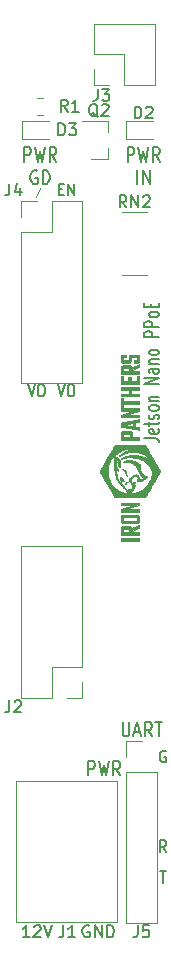
<source format=gbr>
%TF.GenerationSoftware,KiCad,Pcbnew,(6.0.5-0)*%
%TF.CreationDate,2022-07-05T23:23:50-07:00*%
%TF.ProjectId,jetson-nano-ppoe,6a657473-6f6e-42d6-9e61-6e6f2d70706f,rev?*%
%TF.SameCoordinates,PX8b3c880PY8583b00*%
%TF.FileFunction,Legend,Top*%
%TF.FilePolarity,Positive*%
%FSLAX46Y46*%
G04 Gerber Fmt 4.6, Leading zero omitted, Abs format (unit mm)*
G04 Created by KiCad (PCBNEW (6.0.5-0)) date 2022-07-05 23:23:50*
%MOMM*%
%LPD*%
G01*
G04 APERTURE LIST*
%ADD10C,0.120000*%
%ADD11C,0.200000*%
%ADD12C,0.150000*%
%ADD13C,0.100000*%
%ADD14C,0.010000*%
G04 APERTURE END LIST*
D10*
X3000000Y63700000D02*
X2700000Y62900000D01*
D11*
X10416666Y65923143D02*
X10416666Y67123143D01*
X10797619Y67123143D01*
X10892857Y67066000D01*
X10940476Y67008858D01*
X10988095Y66894572D01*
X10988095Y66723143D01*
X10940476Y66608858D01*
X10892857Y66551715D01*
X10797619Y66494572D01*
X10416666Y66494572D01*
X11321428Y67123143D02*
X11559523Y65923143D01*
X11750000Y66780286D01*
X11940476Y65923143D01*
X12178571Y67123143D01*
X13130952Y65923143D02*
X12797619Y66494572D01*
X12559523Y65923143D02*
X12559523Y67123143D01*
X12940476Y67123143D01*
X13035714Y67066000D01*
X13083333Y67008858D01*
X13130952Y66894572D01*
X13130952Y66723143D01*
X13083333Y66608858D01*
X13035714Y66551715D01*
X12940476Y66494572D01*
X12559523Y66494572D01*
X11226190Y63991143D02*
X11226190Y65191143D01*
X11702380Y63991143D02*
X11702380Y65191143D01*
X12273809Y63991143D01*
X12273809Y65191143D01*
X11842857Y42507143D02*
X12700000Y42507143D01*
X12871428Y42465715D01*
X12985714Y42382858D01*
X13042857Y42258572D01*
X13042857Y42175715D01*
X12985714Y43252858D02*
X13042857Y43170000D01*
X13042857Y43004286D01*
X12985714Y42921429D01*
X12871428Y42880000D01*
X12414285Y42880000D01*
X12300000Y42921429D01*
X12242857Y43004286D01*
X12242857Y43170000D01*
X12300000Y43252858D01*
X12414285Y43294286D01*
X12528571Y43294286D01*
X12642857Y42880000D01*
X12242857Y43542858D02*
X12242857Y43874286D01*
X11842857Y43667143D02*
X12871428Y43667143D01*
X12985714Y43708572D01*
X13042857Y43791429D01*
X13042857Y43874286D01*
X12985714Y44122858D02*
X13042857Y44205715D01*
X13042857Y44371429D01*
X12985714Y44454286D01*
X12871428Y44495715D01*
X12814285Y44495715D01*
X12700000Y44454286D01*
X12642857Y44371429D01*
X12642857Y44247143D01*
X12585714Y44164286D01*
X12471428Y44122858D01*
X12414285Y44122858D01*
X12300000Y44164286D01*
X12242857Y44247143D01*
X12242857Y44371429D01*
X12300000Y44454286D01*
X13042857Y44992858D02*
X12985714Y44910000D01*
X12928571Y44868572D01*
X12814285Y44827143D01*
X12471428Y44827143D01*
X12357142Y44868572D01*
X12300000Y44910000D01*
X12242857Y44992858D01*
X12242857Y45117143D01*
X12300000Y45200000D01*
X12357142Y45241429D01*
X12471428Y45282858D01*
X12814285Y45282858D01*
X12928571Y45241429D01*
X12985714Y45200000D01*
X13042857Y45117143D01*
X13042857Y44992858D01*
X12242857Y45655715D02*
X13042857Y45655715D01*
X12357142Y45655715D02*
X12300000Y45697143D01*
X12242857Y45780000D01*
X12242857Y45904286D01*
X12300000Y45987143D01*
X12414285Y46028572D01*
X13042857Y46028572D01*
X13042857Y47105715D02*
X11842857Y47105715D01*
X13042857Y47602858D01*
X11842857Y47602858D01*
X13042857Y48390000D02*
X12414285Y48390000D01*
X12300000Y48348572D01*
X12242857Y48265715D01*
X12242857Y48100000D01*
X12300000Y48017143D01*
X12985714Y48390000D02*
X13042857Y48307143D01*
X13042857Y48100000D01*
X12985714Y48017143D01*
X12871428Y47975715D01*
X12757142Y47975715D01*
X12642857Y48017143D01*
X12585714Y48100000D01*
X12585714Y48307143D01*
X12528571Y48390000D01*
X12242857Y48804286D02*
X13042857Y48804286D01*
X12357142Y48804286D02*
X12300000Y48845715D01*
X12242857Y48928572D01*
X12242857Y49052858D01*
X12300000Y49135715D01*
X12414285Y49177143D01*
X13042857Y49177143D01*
X13042857Y49715715D02*
X12985714Y49632858D01*
X12928571Y49591429D01*
X12814285Y49550000D01*
X12471428Y49550000D01*
X12357142Y49591429D01*
X12300000Y49632858D01*
X12242857Y49715715D01*
X12242857Y49840000D01*
X12300000Y49922858D01*
X12357142Y49964286D01*
X12471428Y50005715D01*
X12814285Y50005715D01*
X12928571Y49964286D01*
X12985714Y49922858D01*
X13042857Y49840000D01*
X13042857Y49715715D01*
X13042857Y51041429D02*
X11842857Y51041429D01*
X11842857Y51372858D01*
X11900000Y51455715D01*
X11957142Y51497143D01*
X12071428Y51538572D01*
X12242857Y51538572D01*
X12357142Y51497143D01*
X12414285Y51455715D01*
X12471428Y51372858D01*
X12471428Y51041429D01*
X13042857Y51911429D02*
X11842857Y51911429D01*
X11842857Y52242858D01*
X11900000Y52325715D01*
X11957142Y52367143D01*
X12071428Y52408572D01*
X12242857Y52408572D01*
X12357142Y52367143D01*
X12414285Y52325715D01*
X12471428Y52242858D01*
X12471428Y51911429D01*
X13042857Y52905715D02*
X12985714Y52822858D01*
X12928571Y52781429D01*
X12814285Y52740000D01*
X12471428Y52740000D01*
X12357142Y52781429D01*
X12300000Y52822858D01*
X12242857Y52905715D01*
X12242857Y53030000D01*
X12300000Y53112858D01*
X12357142Y53154286D01*
X12471428Y53195715D01*
X12814285Y53195715D01*
X12928571Y53154286D01*
X12985714Y53112858D01*
X13042857Y53030000D01*
X13042857Y52905715D01*
X12414285Y53568572D02*
X12414285Y53858572D01*
X13042857Y53982858D02*
X13042857Y53568572D01*
X11842857Y53568572D01*
X11842857Y53982858D01*
D12*
X2021428Y47047620D02*
X2304761Y46047620D01*
X2588095Y47047620D01*
X3033333Y47047620D02*
X3195238Y47047620D01*
X3276190Y47000000D01*
X3357142Y46904762D01*
X3397619Y46714286D01*
X3397619Y46380953D01*
X3357142Y46190477D01*
X3276190Y46095239D01*
X3195238Y46047620D01*
X3033333Y46047620D01*
X2952380Y46095239D01*
X2871428Y46190477D01*
X2830952Y46380953D01*
X2830952Y46714286D01*
X2871428Y46904762D01*
X2952380Y47000000D01*
X3033333Y47047620D01*
D11*
X1666666Y65923143D02*
X1666666Y67123143D01*
X2047619Y67123143D01*
X2142857Y67066000D01*
X2190476Y67008858D01*
X2238095Y66894572D01*
X2238095Y66723143D01*
X2190476Y66608858D01*
X2142857Y66551715D01*
X2047619Y66494572D01*
X1666666Y66494572D01*
X2571428Y67123143D02*
X2809523Y65923143D01*
X3000000Y66780286D01*
X3190476Y65923143D01*
X3428571Y67123143D01*
X4380952Y65923143D02*
X4047619Y66494572D01*
X3809523Y65923143D02*
X3809523Y67123143D01*
X4190476Y67123143D01*
X4285714Y67066000D01*
X4333333Y67008858D01*
X4380952Y66894572D01*
X4380952Y66723143D01*
X4333333Y66608858D01*
X4285714Y66551715D01*
X4190476Y66494572D01*
X3809523Y66494572D01*
X2761904Y65134000D02*
X2666666Y65191143D01*
X2523809Y65191143D01*
X2380952Y65134000D01*
X2285714Y65019715D01*
X2238095Y64905429D01*
X2190476Y64676858D01*
X2190476Y64505429D01*
X2238095Y64276858D01*
X2285714Y64162572D01*
X2380952Y64048286D01*
X2523809Y63991143D01*
X2619047Y63991143D01*
X2761904Y64048286D01*
X2809523Y64105429D01*
X2809523Y64505429D01*
X2619047Y64505429D01*
X3238095Y63991143D02*
X3238095Y65191143D01*
X3476190Y65191143D01*
X3619047Y65134000D01*
X3714285Y65019715D01*
X3761904Y64905429D01*
X3809523Y64676858D01*
X3809523Y64505429D01*
X3761904Y64276858D01*
X3714285Y64162572D01*
X3619047Y64048286D01*
X3476190Y63991143D01*
X3238095Y63991143D01*
D12*
X13669285Y7447620D02*
X13379285Y7923810D01*
X13172142Y7447620D02*
X13172142Y8447620D01*
X13503571Y8447620D01*
X13586428Y8400000D01*
X13627857Y8352381D01*
X13669285Y8257143D01*
X13669285Y8114286D01*
X13627857Y8019048D01*
X13586428Y7971429D01*
X13503571Y7923810D01*
X13172142Y7923810D01*
X4521428Y47047620D02*
X4804761Y46047620D01*
X5088095Y47047620D01*
X5533333Y47047620D02*
X5695238Y47047620D01*
X5776190Y47000000D01*
X5857142Y46904762D01*
X5897619Y46714286D01*
X5897619Y46380953D01*
X5857142Y46190477D01*
X5776190Y46095239D01*
X5695238Y46047620D01*
X5533333Y46047620D01*
X5452380Y46095239D01*
X5371428Y46190477D01*
X5330952Y46380953D01*
X5330952Y46714286D01*
X5371428Y46904762D01*
X5452380Y47000000D01*
X5533333Y47047620D01*
D11*
X7066666Y13957143D02*
X7066666Y15157143D01*
X7447619Y15157143D01*
X7542857Y15100000D01*
X7590476Y15042858D01*
X7638095Y14928572D01*
X7638095Y14757143D01*
X7590476Y14642858D01*
X7542857Y14585715D01*
X7447619Y14528572D01*
X7066666Y14528572D01*
X7971428Y15157143D02*
X8209523Y13957143D01*
X8400000Y14814286D01*
X8590476Y13957143D01*
X8828571Y15157143D01*
X9780952Y13957143D02*
X9447619Y14528572D01*
X9209523Y13957143D02*
X9209523Y15157143D01*
X9590476Y15157143D01*
X9685714Y15100000D01*
X9733333Y15042858D01*
X9780952Y14928572D01*
X9780952Y14757143D01*
X9733333Y14642858D01*
X9685714Y14585715D01*
X9590476Y14528572D01*
X9209523Y14528572D01*
D12*
X2114285Y247620D02*
X1542857Y247620D01*
X1828571Y247620D02*
X1828571Y1247620D01*
X1733333Y1104762D01*
X1638095Y1009524D01*
X1542857Y961905D01*
X2495238Y1152381D02*
X2542857Y1200000D01*
X2638095Y1247620D01*
X2876190Y1247620D01*
X2971428Y1200000D01*
X3019047Y1152381D01*
X3066666Y1057143D01*
X3066666Y961905D01*
X3019047Y819048D01*
X2447619Y247620D01*
X3066666Y247620D01*
X3352380Y1247620D02*
X3685714Y247620D01*
X4019047Y1247620D01*
X7161904Y1200000D02*
X7066666Y1247620D01*
X6923809Y1247620D01*
X6780952Y1200000D01*
X6685714Y1104762D01*
X6638095Y1009524D01*
X6590476Y819048D01*
X6590476Y676191D01*
X6638095Y485715D01*
X6685714Y390477D01*
X6780952Y295239D01*
X6923809Y247620D01*
X7019047Y247620D01*
X7161904Y295239D01*
X7209523Y342858D01*
X7209523Y676191D01*
X7019047Y676191D01*
X7638095Y247620D02*
X7638095Y1247620D01*
X8209523Y247620D01*
X8209523Y1247620D01*
X8685714Y247620D02*
X8685714Y1247620D01*
X8923809Y1247620D01*
X9066666Y1200000D01*
X9161904Y1104762D01*
X9209523Y1009524D01*
X9257142Y819048D01*
X9257142Y676191D01*
X9209523Y485715D01*
X9161904Y390477D01*
X9066666Y295239D01*
X8923809Y247620D01*
X8685714Y247620D01*
X13151428Y5847620D02*
X13648571Y5847620D01*
X13400000Y4847620D02*
X13400000Y5847620D01*
X13627857Y16000000D02*
X13545000Y16047620D01*
X13420714Y16047620D01*
X13296428Y16000000D01*
X13213571Y15904762D01*
X13172142Y15809524D01*
X13130714Y15619048D01*
X13130714Y15476191D01*
X13172142Y15285715D01*
X13213571Y15190477D01*
X13296428Y15095239D01*
X13420714Y15047620D01*
X13503571Y15047620D01*
X13627857Y15095239D01*
X13669285Y15142858D01*
X13669285Y15476191D01*
X13503571Y15476191D01*
X4622619Y63571429D02*
X4905952Y63571429D01*
X5027380Y63047620D02*
X4622619Y63047620D01*
X4622619Y64047620D01*
X5027380Y64047620D01*
X5391666Y63047620D02*
X5391666Y64047620D01*
X5877380Y63047620D01*
X5877380Y64047620D01*
D11*
X10004761Y18457143D02*
X10004761Y17485715D01*
X10052380Y17371429D01*
X10100000Y17314286D01*
X10195238Y17257143D01*
X10385714Y17257143D01*
X10480952Y17314286D01*
X10528571Y17371429D01*
X10576190Y17485715D01*
X10576190Y18457143D01*
X11004761Y17600000D02*
X11480952Y17600000D01*
X10909523Y17257143D02*
X11242857Y18457143D01*
X11576190Y17257143D01*
X12480952Y17257143D02*
X12147619Y17828572D01*
X11909523Y17257143D02*
X11909523Y18457143D01*
X12290476Y18457143D01*
X12385714Y18400000D01*
X12433333Y18342858D01*
X12480952Y18228572D01*
X12480952Y18057143D01*
X12433333Y17942858D01*
X12385714Y17885715D01*
X12290476Y17828572D01*
X11909523Y17828572D01*
X12766666Y18457143D02*
X13338095Y18457143D01*
X13052380Y17257143D02*
X13052380Y18457143D01*
D12*
%TO.C,J2*%
X416666Y20297620D02*
X416666Y19583334D01*
X369047Y19440477D01*
X273809Y19345239D01*
X130952Y19297620D01*
X35714Y19297620D01*
X845238Y20202381D02*
X892857Y20250000D01*
X988095Y20297620D01*
X1226190Y20297620D01*
X1321428Y20250000D01*
X1369047Y20202381D01*
X1416666Y20107143D01*
X1416666Y20011905D01*
X1369047Y19869048D01*
X797619Y19297620D01*
X1416666Y19297620D01*
%TO.C,J1*%
X4966666Y1247620D02*
X4966666Y533334D01*
X4919047Y390477D01*
X4823809Y295239D01*
X4680952Y247620D01*
X4585714Y247620D01*
X5966666Y247620D02*
X5395238Y247620D01*
X5680952Y247620D02*
X5680952Y1247620D01*
X5585714Y1104762D01*
X5490476Y1009524D01*
X5395238Y961905D01*
%TO.C,Q2*%
X7904761Y69702381D02*
X7809523Y69750000D01*
X7714285Y69845239D01*
X7571428Y69988096D01*
X7476190Y70035715D01*
X7380952Y70035715D01*
X7428571Y69797620D02*
X7333333Y69845239D01*
X7238095Y69940477D01*
X7190476Y70130953D01*
X7190476Y70464286D01*
X7238095Y70654762D01*
X7333333Y70750000D01*
X7428571Y70797620D01*
X7619047Y70797620D01*
X7714285Y70750000D01*
X7809523Y70654762D01*
X7857142Y70464286D01*
X7857142Y70130953D01*
X7809523Y69940477D01*
X7714285Y69845239D01*
X7619047Y69797620D01*
X7428571Y69797620D01*
X8238095Y70702381D02*
X8285714Y70750000D01*
X8380952Y70797620D01*
X8619047Y70797620D01*
X8714285Y70750000D01*
X8761904Y70702381D01*
X8809523Y70607143D01*
X8809523Y70511905D01*
X8761904Y70369048D01*
X8190476Y69797620D01*
X8809523Y69797620D01*
%TO.C,J3*%
X7871666Y72047620D02*
X7871666Y71333334D01*
X7824047Y71190477D01*
X7728809Y71095239D01*
X7585952Y71047620D01*
X7490714Y71047620D01*
X8252619Y72047620D02*
X8871666Y72047620D01*
X8538333Y71666667D01*
X8681190Y71666667D01*
X8776428Y71619048D01*
X8824047Y71571429D01*
X8871666Y71476191D01*
X8871666Y71238096D01*
X8824047Y71142858D01*
X8776428Y71095239D01*
X8681190Y71047620D01*
X8395476Y71047620D01*
X8300238Y71095239D01*
X8252619Y71142858D01*
%TO.C,J5*%
X11266666Y1247620D02*
X11266666Y533334D01*
X11219047Y390477D01*
X11123809Y295239D01*
X10980952Y247620D01*
X10885714Y247620D01*
X12219047Y1247620D02*
X11742857Y1247620D01*
X11695238Y771429D01*
X11742857Y819048D01*
X11838095Y866667D01*
X12076190Y866667D01*
X12171428Y819048D01*
X12219047Y771429D01*
X12266666Y676191D01*
X12266666Y438096D01*
X12219047Y342858D01*
X12171428Y295239D01*
X12076190Y247620D01*
X11838095Y247620D01*
X11742857Y295239D01*
X11695238Y342858D01*
%TO.C,R1*%
X5333333Y70147620D02*
X5000000Y70623810D01*
X4761904Y70147620D02*
X4761904Y71147620D01*
X5142857Y71147620D01*
X5238095Y71100000D01*
X5285714Y71052381D01*
X5333333Y70957143D01*
X5333333Y70814286D01*
X5285714Y70719048D01*
X5238095Y70671429D01*
X5142857Y70623810D01*
X4761904Y70623810D01*
X6285714Y70147620D02*
X5714285Y70147620D01*
X6000000Y70147620D02*
X6000000Y71147620D01*
X5904761Y71004762D01*
X5809523Y70909524D01*
X5714285Y70861905D01*
%TO.C,D2*%
X11011904Y69577620D02*
X11011904Y70577620D01*
X11250000Y70577620D01*
X11392857Y70530000D01*
X11488095Y70434762D01*
X11535714Y70339524D01*
X11583333Y70149048D01*
X11583333Y70006191D01*
X11535714Y69815715D01*
X11488095Y69720477D01*
X11392857Y69625239D01*
X11250000Y69577620D01*
X11011904Y69577620D01*
X11964285Y70482381D02*
X12011904Y70530000D01*
X12107142Y70577620D01*
X12345238Y70577620D01*
X12440476Y70530000D01*
X12488095Y70482381D01*
X12535714Y70387143D01*
X12535714Y70291905D01*
X12488095Y70149048D01*
X11916666Y69577620D01*
X12535714Y69577620D01*
%TO.C,J4*%
X416666Y64047620D02*
X416666Y63333334D01*
X369047Y63190477D01*
X273809Y63095239D01*
X130952Y63047620D01*
X35714Y63047620D01*
X1321428Y63714286D02*
X1321428Y63047620D01*
X1083333Y64095239D02*
X845238Y63380953D01*
X1464285Y63380953D01*
%TO.C,D3*%
X4561904Y68147620D02*
X4561904Y69147620D01*
X4800000Y69147620D01*
X4942857Y69100000D01*
X5038095Y69004762D01*
X5085714Y68909524D01*
X5133333Y68719048D01*
X5133333Y68576191D01*
X5085714Y68385715D01*
X5038095Y68290477D01*
X4942857Y68195239D01*
X4800000Y68147620D01*
X4561904Y68147620D01*
X5466666Y69147620D02*
X6085714Y69147620D01*
X5752380Y68766667D01*
X5895238Y68766667D01*
X5990476Y68719048D01*
X6038095Y68671429D01*
X6085714Y68576191D01*
X6085714Y68338096D01*
X6038095Y68242858D01*
X5990476Y68195239D01*
X5895238Y68147620D01*
X5609523Y68147620D01*
X5514285Y68195239D01*
X5466666Y68242858D01*
%TO.C,RN2*%
X10309523Y62047620D02*
X9976190Y62523810D01*
X9738095Y62047620D02*
X9738095Y63047620D01*
X10119047Y63047620D01*
X10214285Y63000000D01*
X10261904Y62952381D01*
X10309523Y62857143D01*
X10309523Y62714286D01*
X10261904Y62619048D01*
X10214285Y62571429D01*
X10119047Y62523810D01*
X9738095Y62523810D01*
X10738095Y62047620D02*
X10738095Y63047620D01*
X11309523Y62047620D01*
X11309523Y63047620D01*
X11738095Y62952381D02*
X11785714Y63000000D01*
X11880952Y63047620D01*
X12119047Y63047620D01*
X12214285Y63000000D01*
X12261904Y62952381D01*
X12309523Y62857143D01*
X12309523Y62761905D01*
X12261904Y62619048D01*
X11690476Y62047620D01*
X12309523Y62047620D01*
D10*
%TO.C,J2*%
X4000000Y20540000D02*
X1400000Y20540000D01*
X6600000Y21870000D02*
X6600000Y20540000D01*
X6600000Y23140000D02*
X6600000Y33360000D01*
X4000000Y23140000D02*
X4000000Y20540000D01*
X6600000Y20540000D02*
X5270000Y20540000D01*
X6600000Y23140000D02*
X4000000Y23140000D01*
X1400000Y20540000D02*
X1400000Y33360000D01*
X6600000Y33360000D02*
X1400000Y33360000D01*
D13*
%TO.C,J1*%
X9500000Y13500000D02*
X1000000Y13500000D01*
X1000000Y1500000D02*
X9500000Y1500000D01*
X9500000Y1500000D02*
X9500000Y13500000D01*
X1000000Y13500000D02*
X1000000Y1500000D01*
D10*
%TO.C,Q2*%
X8760000Y66170000D02*
X7300000Y66170000D01*
X8760000Y69330000D02*
X8760000Y68400000D01*
X8760000Y66170000D02*
X8760000Y67100000D01*
X8760000Y69330000D02*
X6600000Y69330000D01*
%TO.C,G\u002A\u002A\u002A*%
G36*
X9357893Y37495104D02*
G01*
X9334252Y37508397D01*
X9311439Y37525291D01*
X9302939Y37533204D01*
X9297737Y37540786D01*
X9286589Y37558718D01*
X9269880Y37586338D01*
X9247991Y37622987D01*
X9221306Y37668002D01*
X9190208Y37720723D01*
X9155080Y37780488D01*
X9116305Y37846637D01*
X9074266Y37918508D01*
X9029345Y37995440D01*
X8981926Y38076772D01*
X8932392Y38161842D01*
X8881125Y38249991D01*
X8828509Y38340556D01*
X8774926Y38432876D01*
X8720760Y38526291D01*
X8666393Y38620139D01*
X8612209Y38713759D01*
X8558590Y38806490D01*
X8505920Y38897671D01*
X8454581Y38986641D01*
X8404956Y39072738D01*
X8357428Y39155301D01*
X8312381Y39233670D01*
X8270197Y39307183D01*
X8231259Y39375180D01*
X8195950Y39436998D01*
X8164653Y39491977D01*
X8137752Y39539455D01*
X8115628Y39578772D01*
X8098665Y39609267D01*
X8087246Y39630278D01*
X8081754Y39641144D01*
X8081443Y39641921D01*
X8075395Y39669067D01*
X8073260Y39701792D01*
X8073869Y39712450D01*
X8717771Y39712450D01*
X8717927Y39645609D01*
X8719065Y39588432D01*
X8721454Y39537902D01*
X8725360Y39491005D01*
X8731052Y39444724D01*
X8738798Y39396042D01*
X8748867Y39341945D01*
X8752203Y39325100D01*
X8788141Y39177145D01*
X8835550Y39033952D01*
X8893930Y38896041D01*
X8962783Y38763933D01*
X9041608Y38638147D01*
X9129906Y38519203D01*
X9227177Y38407622D01*
X9332922Y38303924D01*
X9446641Y38208628D01*
X9567834Y38122256D01*
X9696003Y38045326D01*
X9830648Y37978359D01*
X9971268Y37921876D01*
X10117365Y37876396D01*
X10152325Y37867389D01*
X10212177Y37853139D01*
X10265936Y37841784D01*
X10316334Y37833021D01*
X10366101Y37826547D01*
X10417969Y37822061D01*
X10474670Y37819261D01*
X10538936Y37817844D01*
X10603175Y37817501D01*
X10660252Y37817623D01*
X10706853Y37818064D01*
X10745198Y37818939D01*
X10777510Y37820360D01*
X10806011Y37822441D01*
X10832920Y37825295D01*
X10860461Y37829035D01*
X10876225Y37831440D01*
X11032436Y37862100D01*
X11183314Y37904213D01*
X11328652Y37957680D01*
X11468249Y38022406D01*
X11601900Y38098292D01*
X11729400Y38185241D01*
X11850546Y38283157D01*
X11881763Y38311116D01*
X11991027Y38419567D01*
X12090255Y38535671D01*
X12179243Y38659041D01*
X12257787Y38789293D01*
X12325682Y38926040D01*
X12382725Y39068897D01*
X12428711Y39217478D01*
X12463438Y39371398D01*
X12473431Y39429875D01*
X12479462Y39474179D01*
X12482012Y39511490D01*
X12480974Y39546759D01*
X12476239Y39584939D01*
X12469192Y39623550D01*
X12443612Y39722761D01*
X12406471Y39823539D01*
X12358641Y39924837D01*
X12300988Y40025608D01*
X12234382Y40124806D01*
X12159691Y40221384D01*
X12077785Y40314295D01*
X11989532Y40402494D01*
X11895800Y40484932D01*
X11797459Y40560563D01*
X11695378Y40628342D01*
X11590424Y40687220D01*
X11583326Y40690814D01*
X11496494Y40729777D01*
X11399299Y40764968D01*
X11293598Y40796063D01*
X11181250Y40822736D01*
X11064115Y40844662D01*
X10944050Y40861516D01*
X10822916Y40872974D01*
X10702571Y40878711D01*
X10584874Y40878401D01*
X10525331Y40875743D01*
X10400751Y40865386D01*
X10282098Y40849767D01*
X10170815Y40829162D01*
X10068342Y40803848D01*
X9976122Y40774101D01*
X9956731Y40766746D01*
X9929311Y40756564D01*
X9906029Y40748924D01*
X9889503Y40744619D01*
X9882555Y40744259D01*
X9876195Y40754151D01*
X9880367Y40768473D01*
X9894047Y40786384D01*
X9916215Y40807040D01*
X9945849Y40829599D01*
X9981925Y40853220D01*
X10023422Y40877059D01*
X10069317Y40900275D01*
X10075237Y40903056D01*
X10197920Y40953975D01*
X10328856Y40996631D01*
X10466485Y41030823D01*
X10609247Y41056348D01*
X10755581Y41073006D01*
X10903928Y41080596D01*
X11052728Y41078915D01*
X11200419Y41067762D01*
X11276275Y41058151D01*
X11421368Y41031519D01*
X11559286Y40994580D01*
X11690661Y40947043D01*
X11816127Y40888617D01*
X11936315Y40819013D01*
X12051859Y40737938D01*
X12150965Y40656194D01*
X12207803Y40600097D01*
X12263886Y40533434D01*
X12317460Y40458301D01*
X12320683Y40453375D01*
X12337529Y40427854D01*
X12351926Y40406720D01*
X12362471Y40391982D01*
X12367761Y40385651D01*
X12368001Y40385550D01*
X12367523Y40390933D01*
X12362131Y40405914D01*
X12352606Y40428740D01*
X12339733Y40457661D01*
X12324293Y40490924D01*
X12307070Y40526776D01*
X12288846Y40563465D01*
X12285916Y40569245D01*
X12254948Y40626476D01*
X12219272Y40686146D01*
X12180078Y40746687D01*
X12138555Y40806535D01*
X12095895Y40864124D01*
X12053289Y40917887D01*
X12011925Y40966260D01*
X11972996Y41007676D01*
X11937691Y41040570D01*
X11913201Y41059463D01*
X11853493Y41096255D01*
X11783396Y41132959D01*
X11705197Y41168725D01*
X11621186Y41202702D01*
X11533650Y41234040D01*
X11444876Y41261887D01*
X11357154Y41285394D01*
X11272771Y41303710D01*
X11241261Y41309263D01*
X11190624Y41315939D01*
X11130109Y41321255D01*
X11062473Y41325111D01*
X10990476Y41327405D01*
X10916875Y41328039D01*
X10844429Y41326911D01*
X10800626Y41325252D01*
X10638472Y41313959D01*
X10487146Y41296031D01*
X10346648Y41271468D01*
X10216977Y41240270D01*
X10098132Y41202437D01*
X9990113Y41157968D01*
X9892919Y41106863D01*
X9806549Y41049121D01*
X9774053Y41023352D01*
X9752728Y41006086D01*
X9734667Y40992423D01*
X9722271Y40984128D01*
X9718381Y40982450D01*
X9710037Y40986860D01*
X9709984Y40999411D01*
X9717722Y41019078D01*
X9732749Y41044839D01*
X9754562Y41075669D01*
X9779141Y41106380D01*
X9839231Y41168840D01*
X9910598Y41226988D01*
X9992489Y41280573D01*
X10084147Y41329343D01*
X10184818Y41373049D01*
X10293745Y41411437D01*
X10410175Y41444259D01*
X10533351Y41471262D01*
X10662520Y41492196D01*
X10796924Y41506810D01*
X10935810Y41514852D01*
X11012750Y41516377D01*
X11052335Y41516692D01*
X11080490Y41517135D01*
X11098482Y41517853D01*
X11107582Y41518993D01*
X11109058Y41520700D01*
X11104179Y41523123D01*
X11095658Y41525955D01*
X11031295Y41543210D01*
X10956929Y41558057D01*
X10875080Y41570179D01*
X10788270Y41579258D01*
X10699023Y41584978D01*
X10609860Y41587022D01*
X10609525Y41587022D01*
X10495801Y41584593D01*
X10390009Y41576774D01*
X10288375Y41563107D01*
X10187130Y41543137D01*
X10128361Y41528815D01*
X9981933Y41484411D01*
X9840878Y41428795D01*
X9705701Y41362482D01*
X9576907Y41285990D01*
X9455004Y41199836D01*
X9340498Y41104538D01*
X9233893Y41000613D01*
X9135696Y40888578D01*
X9046414Y40768951D01*
X8966551Y40642248D01*
X8896615Y40508987D01*
X8837110Y40369685D01*
X8788544Y40224859D01*
X8764672Y40134725D01*
X8749502Y40067125D01*
X8737776Y40004610D01*
X8729127Y39943853D01*
X8723184Y39881527D01*
X8719578Y39814304D01*
X8717940Y39738859D01*
X8717771Y39712450D01*
X8073869Y39712450D01*
X8075101Y39734023D01*
X8080196Y39757539D01*
X8084103Y39765194D01*
X8094050Y39783288D01*
X8109721Y39811268D01*
X8130798Y39848581D01*
X8156964Y39894671D01*
X8187901Y39948986D01*
X8223293Y40010970D01*
X8262823Y40080070D01*
X8306173Y40155732D01*
X8353026Y40237401D01*
X8403065Y40324525D01*
X8455972Y40416548D01*
X8511432Y40512917D01*
X8569125Y40613077D01*
X8628736Y40716475D01*
X8679612Y40804650D01*
X8764233Y40951162D01*
X8842607Y41086656D01*
X8914753Y41211164D01*
X8980688Y41324715D01*
X9040430Y41427340D01*
X9093997Y41519069D01*
X9141406Y41599931D01*
X9182675Y41669959D01*
X9217822Y41729181D01*
X9246866Y41777628D01*
X9269823Y41815331D01*
X9286711Y41842319D01*
X9297548Y41858624D01*
X9301032Y41863155D01*
X9327291Y41888237D01*
X9354817Y41904822D01*
X9365429Y41909193D01*
X9369741Y41910764D01*
X9374282Y41912204D01*
X9379597Y41913518D01*
X9386235Y41914713D01*
X9394741Y41915793D01*
X9405662Y41916764D01*
X9419545Y41917633D01*
X9436937Y41918405D01*
X9458385Y41919086D01*
X9484435Y41919681D01*
X9515634Y41920197D01*
X9552529Y41920638D01*
X9595667Y41921011D01*
X9645594Y41921322D01*
X9702857Y41921575D01*
X9768003Y41921778D01*
X9841579Y41921935D01*
X9924132Y41922053D01*
X10016207Y41922137D01*
X10118353Y41922193D01*
X10231115Y41922226D01*
X10355041Y41922243D01*
X10490677Y41922249D01*
X10609525Y41922250D01*
X10755069Y41922248D01*
X10888459Y41922239D01*
X11010243Y41922218D01*
X11120967Y41922179D01*
X11221176Y41922115D01*
X11311419Y41922022D01*
X11392240Y41921894D01*
X11464188Y41921725D01*
X11527808Y41921510D01*
X11583647Y41921243D01*
X11632251Y41920918D01*
X11674167Y41920529D01*
X11709943Y41920072D01*
X11740123Y41919540D01*
X11765255Y41918928D01*
X11785885Y41918230D01*
X11802560Y41917441D01*
X11815826Y41916555D01*
X11826230Y41915565D01*
X11834319Y41914468D01*
X11840638Y41913256D01*
X11845736Y41911925D01*
X11850157Y41910469D01*
X11852967Y41909437D01*
X11884981Y41892831D01*
X11913428Y41869853D01*
X11913530Y41869750D01*
X11919728Y41861587D01*
X11930872Y41844664D01*
X11947059Y41818813D01*
X11968389Y41783866D01*
X11994960Y41739655D01*
X12026871Y41686014D01*
X12064219Y41622774D01*
X12107104Y41549767D01*
X12155625Y41466827D01*
X12209879Y41373785D01*
X12269966Y41270474D01*
X12335983Y41156726D01*
X12408030Y41032374D01*
X12486206Y40897249D01*
X12534221Y40814175D01*
X12595364Y40708304D01*
X12654865Y40605180D01*
X12712408Y40505357D01*
X12767673Y40409390D01*
X12820343Y40317835D01*
X12870101Y40231246D01*
X12916627Y40150178D01*
X12959606Y40075187D01*
X12998718Y40006826D01*
X13033645Y39945653D01*
X13064071Y39892221D01*
X13089676Y39847085D01*
X13110143Y39810801D01*
X13125155Y39783923D01*
X13134393Y39767007D01*
X13137472Y39760864D01*
X13145427Y39723714D01*
X13145433Y39682708D01*
X13137757Y39643567D01*
X13131235Y39626725D01*
X13124884Y39614523D01*
X13112662Y39592285D01*
X13094952Y39560670D01*
X13072139Y39520341D01*
X13044605Y39471958D01*
X13012736Y39416184D01*
X12976915Y39353679D01*
X12937525Y39285106D01*
X12894951Y39211125D01*
X12849577Y39132397D01*
X12801786Y39049585D01*
X12751962Y38963350D01*
X12700489Y38874354D01*
X12647752Y38783256D01*
X12594133Y38690720D01*
X12540018Y38597406D01*
X12485789Y38503976D01*
X12431830Y38411092D01*
X12378526Y38319414D01*
X12326260Y38229605D01*
X12275417Y38142324D01*
X12226379Y38058235D01*
X12179532Y37977999D01*
X12135258Y37902276D01*
X12093942Y37831729D01*
X12055967Y37767018D01*
X12021719Y37708806D01*
X11991579Y37657753D01*
X11965932Y37614521D01*
X11945163Y37579771D01*
X11929655Y37554166D01*
X11919791Y37538365D01*
X11916199Y37533204D01*
X11896431Y37516437D01*
X11872210Y37500747D01*
X11861156Y37495104D01*
X11828725Y37480425D01*
X9390325Y37480425D01*
X9357893Y37495104D01*
G37*
D14*
X9357893Y37495104D02*
X9334252Y37508397D01*
X9311439Y37525291D01*
X9302939Y37533204D01*
X9297737Y37540786D01*
X9286589Y37558718D01*
X9269880Y37586338D01*
X9247991Y37622987D01*
X9221306Y37668002D01*
X9190208Y37720723D01*
X9155080Y37780488D01*
X9116305Y37846637D01*
X9074266Y37918508D01*
X9029345Y37995440D01*
X8981926Y38076772D01*
X8932392Y38161842D01*
X8881125Y38249991D01*
X8828509Y38340556D01*
X8774926Y38432876D01*
X8720760Y38526291D01*
X8666393Y38620139D01*
X8612209Y38713759D01*
X8558590Y38806490D01*
X8505920Y38897671D01*
X8454581Y38986641D01*
X8404956Y39072738D01*
X8357428Y39155301D01*
X8312381Y39233670D01*
X8270197Y39307183D01*
X8231259Y39375180D01*
X8195950Y39436998D01*
X8164653Y39491977D01*
X8137752Y39539455D01*
X8115628Y39578772D01*
X8098665Y39609267D01*
X8087246Y39630278D01*
X8081754Y39641144D01*
X8081443Y39641921D01*
X8075395Y39669067D01*
X8073260Y39701792D01*
X8073869Y39712450D01*
X8717771Y39712450D01*
X8717927Y39645609D01*
X8719065Y39588432D01*
X8721454Y39537902D01*
X8725360Y39491005D01*
X8731052Y39444724D01*
X8738798Y39396042D01*
X8748867Y39341945D01*
X8752203Y39325100D01*
X8788141Y39177145D01*
X8835550Y39033952D01*
X8893930Y38896041D01*
X8962783Y38763933D01*
X9041608Y38638147D01*
X9129906Y38519203D01*
X9227177Y38407622D01*
X9332922Y38303924D01*
X9446641Y38208628D01*
X9567834Y38122256D01*
X9696003Y38045326D01*
X9830648Y37978359D01*
X9971268Y37921876D01*
X10117365Y37876396D01*
X10152325Y37867389D01*
X10212177Y37853139D01*
X10265936Y37841784D01*
X10316334Y37833021D01*
X10366101Y37826547D01*
X10417969Y37822061D01*
X10474670Y37819261D01*
X10538936Y37817844D01*
X10603175Y37817501D01*
X10660252Y37817623D01*
X10706853Y37818064D01*
X10745198Y37818939D01*
X10777510Y37820360D01*
X10806011Y37822441D01*
X10832920Y37825295D01*
X10860461Y37829035D01*
X10876225Y37831440D01*
X11032436Y37862100D01*
X11183314Y37904213D01*
X11328652Y37957680D01*
X11468249Y38022406D01*
X11601900Y38098292D01*
X11729400Y38185241D01*
X11850546Y38283157D01*
X11881763Y38311116D01*
X11991027Y38419567D01*
X12090255Y38535671D01*
X12179243Y38659041D01*
X12257787Y38789293D01*
X12325682Y38926040D01*
X12382725Y39068897D01*
X12428711Y39217478D01*
X12463438Y39371398D01*
X12473431Y39429875D01*
X12479462Y39474179D01*
X12482012Y39511490D01*
X12480974Y39546759D01*
X12476239Y39584939D01*
X12469192Y39623550D01*
X12443612Y39722761D01*
X12406471Y39823539D01*
X12358641Y39924837D01*
X12300988Y40025608D01*
X12234382Y40124806D01*
X12159691Y40221384D01*
X12077785Y40314295D01*
X11989532Y40402494D01*
X11895800Y40484932D01*
X11797459Y40560563D01*
X11695378Y40628342D01*
X11590424Y40687220D01*
X11583326Y40690814D01*
X11496494Y40729777D01*
X11399299Y40764968D01*
X11293598Y40796063D01*
X11181250Y40822736D01*
X11064115Y40844662D01*
X10944050Y40861516D01*
X10822916Y40872974D01*
X10702571Y40878711D01*
X10584874Y40878401D01*
X10525331Y40875743D01*
X10400751Y40865386D01*
X10282098Y40849767D01*
X10170815Y40829162D01*
X10068342Y40803848D01*
X9976122Y40774101D01*
X9956731Y40766746D01*
X9929311Y40756564D01*
X9906029Y40748924D01*
X9889503Y40744619D01*
X9882555Y40744259D01*
X9876195Y40754151D01*
X9880367Y40768473D01*
X9894047Y40786384D01*
X9916215Y40807040D01*
X9945849Y40829599D01*
X9981925Y40853220D01*
X10023422Y40877059D01*
X10069317Y40900275D01*
X10075237Y40903056D01*
X10197920Y40953975D01*
X10328856Y40996631D01*
X10466485Y41030823D01*
X10609247Y41056348D01*
X10755581Y41073006D01*
X10903928Y41080596D01*
X11052728Y41078915D01*
X11200419Y41067762D01*
X11276275Y41058151D01*
X11421368Y41031519D01*
X11559286Y40994580D01*
X11690661Y40947043D01*
X11816127Y40888617D01*
X11936315Y40819013D01*
X12051859Y40737938D01*
X12150965Y40656194D01*
X12207803Y40600097D01*
X12263886Y40533434D01*
X12317460Y40458301D01*
X12320683Y40453375D01*
X12337529Y40427854D01*
X12351926Y40406720D01*
X12362471Y40391982D01*
X12367761Y40385651D01*
X12368001Y40385550D01*
X12367523Y40390933D01*
X12362131Y40405914D01*
X12352606Y40428740D01*
X12339733Y40457661D01*
X12324293Y40490924D01*
X12307070Y40526776D01*
X12288846Y40563465D01*
X12285916Y40569245D01*
X12254948Y40626476D01*
X12219272Y40686146D01*
X12180078Y40746687D01*
X12138555Y40806535D01*
X12095895Y40864124D01*
X12053289Y40917887D01*
X12011925Y40966260D01*
X11972996Y41007676D01*
X11937691Y41040570D01*
X11913201Y41059463D01*
X11853493Y41096255D01*
X11783396Y41132959D01*
X11705197Y41168725D01*
X11621186Y41202702D01*
X11533650Y41234040D01*
X11444876Y41261887D01*
X11357154Y41285394D01*
X11272771Y41303710D01*
X11241261Y41309263D01*
X11190624Y41315939D01*
X11130109Y41321255D01*
X11062473Y41325111D01*
X10990476Y41327405D01*
X10916875Y41328039D01*
X10844429Y41326911D01*
X10800626Y41325252D01*
X10638472Y41313959D01*
X10487146Y41296031D01*
X10346648Y41271468D01*
X10216977Y41240270D01*
X10098132Y41202437D01*
X9990113Y41157968D01*
X9892919Y41106863D01*
X9806549Y41049121D01*
X9774053Y41023352D01*
X9752728Y41006086D01*
X9734667Y40992423D01*
X9722271Y40984128D01*
X9718381Y40982450D01*
X9710037Y40986860D01*
X9709984Y40999411D01*
X9717722Y41019078D01*
X9732749Y41044839D01*
X9754562Y41075669D01*
X9779141Y41106380D01*
X9839231Y41168840D01*
X9910598Y41226988D01*
X9992489Y41280573D01*
X10084147Y41329343D01*
X10184818Y41373049D01*
X10293745Y41411437D01*
X10410175Y41444259D01*
X10533351Y41471262D01*
X10662520Y41492196D01*
X10796924Y41506810D01*
X10935810Y41514852D01*
X11012750Y41516377D01*
X11052335Y41516692D01*
X11080490Y41517135D01*
X11098482Y41517853D01*
X11107582Y41518993D01*
X11109058Y41520700D01*
X11104179Y41523123D01*
X11095658Y41525955D01*
X11031295Y41543210D01*
X10956929Y41558057D01*
X10875080Y41570179D01*
X10788270Y41579258D01*
X10699023Y41584978D01*
X10609860Y41587022D01*
X10609525Y41587022D01*
X10495801Y41584593D01*
X10390009Y41576774D01*
X10288375Y41563107D01*
X10187130Y41543137D01*
X10128361Y41528815D01*
X9981933Y41484411D01*
X9840878Y41428795D01*
X9705701Y41362482D01*
X9576907Y41285990D01*
X9455004Y41199836D01*
X9340498Y41104538D01*
X9233893Y41000613D01*
X9135696Y40888578D01*
X9046414Y40768951D01*
X8966551Y40642248D01*
X8896615Y40508987D01*
X8837110Y40369685D01*
X8788544Y40224859D01*
X8764672Y40134725D01*
X8749502Y40067125D01*
X8737776Y40004610D01*
X8729127Y39943853D01*
X8723184Y39881527D01*
X8719578Y39814304D01*
X8717940Y39738859D01*
X8717771Y39712450D01*
X8073869Y39712450D01*
X8075101Y39734023D01*
X8080196Y39757539D01*
X8084103Y39765194D01*
X8094050Y39783288D01*
X8109721Y39811268D01*
X8130798Y39848581D01*
X8156964Y39894671D01*
X8187901Y39948986D01*
X8223293Y40010970D01*
X8262823Y40080070D01*
X8306173Y40155732D01*
X8353026Y40237401D01*
X8403065Y40324525D01*
X8455972Y40416548D01*
X8511432Y40512917D01*
X8569125Y40613077D01*
X8628736Y40716475D01*
X8679612Y40804650D01*
X8764233Y40951162D01*
X8842607Y41086656D01*
X8914753Y41211164D01*
X8980688Y41324715D01*
X9040430Y41427340D01*
X9093997Y41519069D01*
X9141406Y41599931D01*
X9182675Y41669959D01*
X9217822Y41729181D01*
X9246866Y41777628D01*
X9269823Y41815331D01*
X9286711Y41842319D01*
X9297548Y41858624D01*
X9301032Y41863155D01*
X9327291Y41888237D01*
X9354817Y41904822D01*
X9365429Y41909193D01*
X9369741Y41910764D01*
X9374282Y41912204D01*
X9379597Y41913518D01*
X9386235Y41914713D01*
X9394741Y41915793D01*
X9405662Y41916764D01*
X9419545Y41917633D01*
X9436937Y41918405D01*
X9458385Y41919086D01*
X9484435Y41919681D01*
X9515634Y41920197D01*
X9552529Y41920638D01*
X9595667Y41921011D01*
X9645594Y41921322D01*
X9702857Y41921575D01*
X9768003Y41921778D01*
X9841579Y41921935D01*
X9924132Y41922053D01*
X10016207Y41922137D01*
X10118353Y41922193D01*
X10231115Y41922226D01*
X10355041Y41922243D01*
X10490677Y41922249D01*
X10609525Y41922250D01*
X10755069Y41922248D01*
X10888459Y41922239D01*
X11010243Y41922218D01*
X11120967Y41922179D01*
X11221176Y41922115D01*
X11311419Y41922022D01*
X11392240Y41921894D01*
X11464188Y41921725D01*
X11527808Y41921510D01*
X11583647Y41921243D01*
X11632251Y41920918D01*
X11674167Y41920529D01*
X11709943Y41920072D01*
X11740123Y41919540D01*
X11765255Y41918928D01*
X11785885Y41918230D01*
X11802560Y41917441D01*
X11815826Y41916555D01*
X11826230Y41915565D01*
X11834319Y41914468D01*
X11840638Y41913256D01*
X11845736Y41911925D01*
X11850157Y41910469D01*
X11852967Y41909437D01*
X11884981Y41892831D01*
X11913428Y41869853D01*
X11913530Y41869750D01*
X11919728Y41861587D01*
X11930872Y41844664D01*
X11947059Y41818813D01*
X11968389Y41783866D01*
X11994960Y41739655D01*
X12026871Y41686014D01*
X12064219Y41622774D01*
X12107104Y41549767D01*
X12155625Y41466827D01*
X12209879Y41373785D01*
X12269966Y41270474D01*
X12335983Y41156726D01*
X12408030Y41032374D01*
X12486206Y40897249D01*
X12534221Y40814175D01*
X12595364Y40708304D01*
X12654865Y40605180D01*
X12712408Y40505357D01*
X12767673Y40409390D01*
X12820343Y40317835D01*
X12870101Y40231246D01*
X12916627Y40150178D01*
X12959606Y40075187D01*
X12998718Y40006826D01*
X13033645Y39945653D01*
X13064071Y39892221D01*
X13089676Y39847085D01*
X13110143Y39810801D01*
X13125155Y39783923D01*
X13134393Y39767007D01*
X13137472Y39760864D01*
X13145427Y39723714D01*
X13145433Y39682708D01*
X13137757Y39643567D01*
X13131235Y39626725D01*
X13124884Y39614523D01*
X13112662Y39592285D01*
X13094952Y39560670D01*
X13072139Y39520341D01*
X13044605Y39471958D01*
X13012736Y39416184D01*
X12976915Y39353679D01*
X12937525Y39285106D01*
X12894951Y39211125D01*
X12849577Y39132397D01*
X12801786Y39049585D01*
X12751962Y38963350D01*
X12700489Y38874354D01*
X12647752Y38783256D01*
X12594133Y38690720D01*
X12540018Y38597406D01*
X12485789Y38503976D01*
X12431830Y38411092D01*
X12378526Y38319414D01*
X12326260Y38229605D01*
X12275417Y38142324D01*
X12226379Y38058235D01*
X12179532Y37977999D01*
X12135258Y37902276D01*
X12093942Y37831729D01*
X12055967Y37767018D01*
X12021719Y37708806D01*
X11991579Y37657753D01*
X11965932Y37614521D01*
X11945163Y37579771D01*
X11929655Y37554166D01*
X11919791Y37538365D01*
X11916199Y37533204D01*
X11896431Y37516437D01*
X11872210Y37500747D01*
X11861156Y37495104D01*
X11828725Y37480425D01*
X9390325Y37480425D01*
X9357893Y37495104D01*
G36*
X11384225Y36807354D02*
G01*
X10829330Y36645414D01*
X10274435Y36483475D01*
X11384225Y36477125D01*
X11385973Y36377112D01*
X11387722Y36277100D01*
X9831363Y36277100D01*
X9833094Y36392987D01*
X9834825Y36508875D01*
X10369577Y36664744D01*
X10449296Y36688016D01*
X10525519Y36710336D01*
X10597366Y36731442D01*
X10663955Y36751072D01*
X10724403Y36768965D01*
X10777830Y36784857D01*
X10823354Y36798487D01*
X10860093Y36809592D01*
X10887165Y36817911D01*
X10903689Y36823181D01*
X10908798Y36825081D01*
X10903287Y36825755D01*
X10885986Y36826398D01*
X10857808Y36827003D01*
X10819662Y36827562D01*
X10772461Y36828067D01*
X10717114Y36828510D01*
X10654532Y36828885D01*
X10585628Y36829184D01*
X10511311Y36829399D01*
X10432493Y36829522D01*
X10372297Y36829550D01*
X9831327Y36829550D01*
X9833076Y36929562D01*
X9834825Y37029575D01*
X11384225Y37029575D01*
X11384225Y36807354D01*
G37*
X11384225Y36807354D02*
X10829330Y36645414D01*
X10274435Y36483475D01*
X11384225Y36477125D01*
X11385973Y36377112D01*
X11387722Y36277100D01*
X9831363Y36277100D01*
X9833094Y36392987D01*
X9834825Y36508875D01*
X10369577Y36664744D01*
X10449296Y36688016D01*
X10525519Y36710336D01*
X10597366Y36731442D01*
X10663955Y36751072D01*
X10724403Y36768965D01*
X10777830Y36784857D01*
X10823354Y36798487D01*
X10860093Y36809592D01*
X10887165Y36817911D01*
X10903689Y36823181D01*
X10908798Y36825081D01*
X10903287Y36825755D01*
X10885986Y36826398D01*
X10857808Y36827003D01*
X10819662Y36827562D01*
X10772461Y36828067D01*
X10717114Y36828510D01*
X10654532Y36828885D01*
X10585628Y36829184D01*
X10511311Y36829399D01*
X10432493Y36829522D01*
X10372297Y36829550D01*
X9831327Y36829550D01*
X9833076Y36929562D01*
X9834825Y37029575D01*
X11384225Y37029575D01*
X11384225Y36807354D01*
G36*
X11385961Y44908640D02*
G01*
X11386491Y44868705D01*
X11386518Y44839624D01*
X11385889Y44819553D01*
X11384452Y44806652D01*
X11382054Y44799077D01*
X11378541Y44794988D01*
X11376436Y44793732D01*
X11368787Y44791149D01*
X11349831Y44785287D01*
X11320459Y44776410D01*
X11281558Y44764779D01*
X11234020Y44750659D01*
X11178733Y44734312D01*
X11116587Y44716002D01*
X11048472Y44695991D01*
X10975276Y44674543D01*
X10897890Y44651920D01*
X10822459Y44629917D01*
X10279743Y44471775D01*
X11384225Y44465425D01*
X11385974Y44365275D01*
X11386423Y44325193D01*
X11386096Y44296310D01*
X11384901Y44277141D01*
X11382748Y44266203D01*
X11379624Y44262041D01*
X11372358Y44261662D01*
X11353175Y44261322D01*
X11322861Y44261025D01*
X11282197Y44260769D01*
X11231969Y44260559D01*
X11172959Y44260393D01*
X11105952Y44260276D01*
X11031731Y44260206D01*
X10951080Y44260187D01*
X10864784Y44260220D01*
X10773624Y44260305D01*
X10678386Y44260445D01*
X10603175Y44260591D01*
X9834825Y44262225D01*
X9834825Y44495804D01*
X10371043Y44652064D01*
X10907262Y44808325D01*
X10371043Y44811500D01*
X9834825Y44814675D01*
X9834825Y45017875D01*
X11384225Y45017875D01*
X11385961Y44908640D01*
G37*
X11385961Y44908640D02*
X11386491Y44868705D01*
X11386518Y44839624D01*
X11385889Y44819553D01*
X11384452Y44806652D01*
X11382054Y44799077D01*
X11378541Y44794988D01*
X11376436Y44793732D01*
X11368787Y44791149D01*
X11349831Y44785287D01*
X11320459Y44776410D01*
X11281558Y44764779D01*
X11234020Y44750659D01*
X11178733Y44734312D01*
X11116587Y44716002D01*
X11048472Y44695991D01*
X10975276Y44674543D01*
X10897890Y44651920D01*
X10822459Y44629917D01*
X10279743Y44471775D01*
X11384225Y44465425D01*
X11385974Y44365275D01*
X11386423Y44325193D01*
X11386096Y44296310D01*
X11384901Y44277141D01*
X11382748Y44266203D01*
X11379624Y44262041D01*
X11372358Y44261662D01*
X11353175Y44261322D01*
X11322861Y44261025D01*
X11282197Y44260769D01*
X11231969Y44260559D01*
X11172959Y44260393D01*
X11105952Y44260276D01*
X11031731Y44260206D01*
X10951080Y44260187D01*
X10864784Y44260220D01*
X10773624Y44260305D01*
X10678386Y44260445D01*
X10603175Y44260591D01*
X9834825Y44262225D01*
X9834825Y44495804D01*
X10371043Y44652064D01*
X10907262Y44808325D01*
X10371043Y44811500D01*
X9834825Y44814675D01*
X9834825Y45017875D01*
X11384225Y45017875D01*
X11385961Y44908640D01*
G36*
X10015800Y45643406D02*
G01*
X10700012Y45641790D01*
X11384225Y45640175D01*
X11385962Y45530637D01*
X11387699Y45421100D01*
X10015800Y45421100D01*
X10015800Y45160401D01*
X9925312Y45162163D01*
X9834825Y45163925D01*
X9834825Y45900525D01*
X9925312Y45902286D01*
X10015800Y45904048D01*
X10015800Y45643406D01*
G37*
X10015800Y45643406D02*
X10700012Y45641790D01*
X11384225Y45640175D01*
X11385962Y45530637D01*
X11387699Y45421100D01*
X10015800Y45421100D01*
X10015800Y45160401D01*
X9925312Y45162163D01*
X9834825Y45163925D01*
X9834825Y45900525D01*
X9925312Y45902286D01*
X10015800Y45904048D01*
X10015800Y45643406D01*
G36*
X9810702Y39185370D02*
G01*
X9822946Y39181652D01*
X9860278Y39164998D01*
X9897398Y39141505D01*
X9929372Y39114532D01*
X9942099Y39100527D01*
X9952997Y39086331D01*
X9968704Y39064971D01*
X9987641Y39038692D01*
X10008230Y39009735D01*
X10028892Y38980345D01*
X10048047Y38952764D01*
X10064118Y38929236D01*
X10075523Y38912003D01*
X10080146Y38904412D01*
X10083039Y38895464D01*
X10081452Y38893300D01*
X10073895Y38896634D01*
X10060029Y38905087D01*
X10052108Y38910416D01*
X10027408Y38927533D01*
X10007316Y38904640D01*
X9981700Y38879774D01*
X9955534Y38864561D01*
X9924496Y38856526D01*
X9922870Y38856287D01*
X9904734Y38853129D01*
X9894977Y38847950D01*
X9889680Y38837051D01*
X9885959Y38821450D01*
X9881016Y38803871D01*
X9875823Y38792878D01*
X9873361Y38791008D01*
X9870426Y38796871D01*
X9864805Y38813225D01*
X9856997Y38838265D01*
X9847500Y38870187D01*
X9836814Y38907187D01*
X9825438Y38947462D01*
X9813871Y38989207D01*
X9802611Y39030619D01*
X9792158Y39069894D01*
X9783011Y39105227D01*
X9775669Y39134815D01*
X9770630Y39156854D01*
X9768395Y39169540D01*
X9768329Y39170684D01*
X9772938Y39183800D01*
X9787113Y39188705D01*
X9810702Y39185370D01*
G37*
X9810702Y39185370D02*
X9822946Y39181652D01*
X9860278Y39164998D01*
X9897398Y39141505D01*
X9929372Y39114532D01*
X9942099Y39100527D01*
X9952997Y39086331D01*
X9968704Y39064971D01*
X9987641Y39038692D01*
X10008230Y39009735D01*
X10028892Y38980345D01*
X10048047Y38952764D01*
X10064118Y38929236D01*
X10075523Y38912003D01*
X10080146Y38904412D01*
X10083039Y38895464D01*
X10081452Y38893300D01*
X10073895Y38896634D01*
X10060029Y38905087D01*
X10052108Y38910416D01*
X10027408Y38927533D01*
X10007316Y38904640D01*
X9981700Y38879774D01*
X9955534Y38864561D01*
X9924496Y38856526D01*
X9922870Y38856287D01*
X9904734Y38853129D01*
X9894977Y38847950D01*
X9889680Y38837051D01*
X9885959Y38821450D01*
X9881016Y38803871D01*
X9875823Y38792878D01*
X9873361Y38791008D01*
X9870426Y38796871D01*
X9864805Y38813225D01*
X9856997Y38838265D01*
X9847500Y38870187D01*
X9836814Y38907187D01*
X9825438Y38947462D01*
X9813871Y38989207D01*
X9802611Y39030619D01*
X9792158Y39069894D01*
X9783011Y39105227D01*
X9775669Y39134815D01*
X9770630Y39156854D01*
X9768395Y39169540D01*
X9768329Y39170684D01*
X9772938Y39183800D01*
X9787113Y39188705D01*
X9810702Y39185370D01*
G36*
X11385962Y46708562D02*
G01*
X11384225Y46599025D01*
X11042912Y46597382D01*
X10701600Y46595739D01*
X10701600Y46265650D01*
X11387400Y46265650D01*
X11387400Y46157500D01*
X11387140Y46115021D01*
X11386301Y46083947D01*
X11384790Y46062993D01*
X11382516Y46050873D01*
X11379462Y46046329D01*
X11372217Y46045958D01*
X11353055Y46045626D01*
X11322760Y46045335D01*
X11282117Y46045087D01*
X11231907Y46044882D01*
X11172915Y46044723D01*
X11105924Y46044610D01*
X11031718Y46044546D01*
X10951080Y46044531D01*
X10864795Y46044566D01*
X10773644Y46044654D01*
X10678413Y46044795D01*
X10603175Y46044941D01*
X9834825Y46046575D01*
X9833087Y46156112D01*
X9831350Y46265650D01*
X10523800Y46265650D01*
X10523800Y46595740D01*
X10179312Y46597382D01*
X9834825Y46599025D01*
X9833087Y46708562D01*
X9831350Y46818100D01*
X11387699Y46818100D01*
X11385962Y46708562D01*
G37*
X11385962Y46708562D02*
X11384225Y46599025D01*
X11042912Y46597382D01*
X10701600Y46595739D01*
X10701600Y46265650D01*
X11387400Y46265650D01*
X11387400Y46157500D01*
X11387140Y46115021D01*
X11386301Y46083947D01*
X11384790Y46062993D01*
X11382516Y46050873D01*
X11379462Y46046329D01*
X11372217Y46045958D01*
X11353055Y46045626D01*
X11322760Y46045335D01*
X11282117Y46045087D01*
X11231907Y46044882D01*
X11172915Y46044723D01*
X11105924Y46044610D01*
X11031718Y46044546D01*
X10951080Y46044531D01*
X10864795Y46044566D01*
X10773644Y46044654D01*
X10678413Y46044795D01*
X10603175Y46044941D01*
X9834825Y46046575D01*
X9833087Y46156112D01*
X9831350Y46265650D01*
X10523800Y46265650D01*
X10523800Y46595740D01*
X10179312Y46597382D01*
X9834825Y46599025D01*
X9833087Y46708562D01*
X9831350Y46818100D01*
X11387699Y46818100D01*
X11385962Y46708562D01*
G36*
X11077646Y49579287D02*
G01*
X11135326Y49578762D01*
X11180829Y49577801D01*
X11214000Y49576406D01*
X11234682Y49574579D01*
X11238521Y49573927D01*
X11276435Y49560986D01*
X11311331Y49539757D01*
X11339032Y49512952D01*
X11344808Y49505001D01*
X11355715Y49487289D01*
X11364363Y49469635D01*
X11371031Y49450268D01*
X11376000Y49427417D01*
X11379549Y49399310D01*
X11381961Y49364176D01*
X11383514Y49320244D01*
X11384489Y49265742D01*
X11384640Y49253325D01*
X11384925Y49207019D01*
X11384740Y49162548D01*
X11384128Y49122255D01*
X11383136Y49088478D01*
X11381807Y49063560D01*
X11380801Y49053343D01*
X11370019Y49008239D01*
X11351475Y48967700D01*
X11326735Y48934740D01*
X11312441Y48921973D01*
X11295134Y48909826D01*
X11277627Y48900363D01*
X11258062Y48893260D01*
X11234582Y48888196D01*
X11205330Y48884847D01*
X11168450Y48882891D01*
X11122084Y48882005D01*
X11081447Y48881850D01*
X10942900Y48881850D01*
X10942900Y49104100D01*
X11057488Y49104100D01*
X11098231Y49104150D01*
X11128238Y49104456D01*
X11149477Y49105255D01*
X11163912Y49106782D01*
X11173508Y49109272D01*
X11180231Y49112959D01*
X11186047Y49118081D01*
X11187663Y49119686D01*
X11193729Y49126274D01*
X11197975Y49133373D01*
X11200725Y49143238D01*
X11202303Y49158124D01*
X11203033Y49180285D01*
X11203240Y49211978D01*
X11203250Y49228053D01*
X11202824Y49261983D01*
X11201653Y49292075D01*
X11199899Y49315706D01*
X11197723Y49330252D01*
X11196825Y49332839D01*
X11191849Y49339414D01*
X11183848Y49344765D01*
X11171610Y49349011D01*
X11153922Y49352273D01*
X11129572Y49354670D01*
X11097347Y49356325D01*
X11056034Y49357356D01*
X11004421Y49357883D01*
X10942900Y49358029D01*
X10879843Y49357869D01*
X10828289Y49357314D01*
X10787041Y49356252D01*
X10754905Y49354567D01*
X10730685Y49352148D01*
X10713186Y49348880D01*
X10701214Y49344651D01*
X10693573Y49339347D01*
X10689644Y49334009D01*
X10687879Y49324750D01*
X10686090Y49304743D01*
X10684383Y49275942D01*
X10682864Y49240297D01*
X10681639Y49199761D01*
X10681148Y49177125D01*
X10679721Y49120555D01*
X10677514Y49074910D01*
X10674106Y49038420D01*
X10669080Y49009314D01*
X10662016Y48985824D01*
X10652496Y48966178D01*
X10640101Y48948607D01*
X10624413Y48931340D01*
X10622555Y48929470D01*
X10610713Y48917892D01*
X10599567Y48908240D01*
X10587871Y48900330D01*
X10574381Y48893974D01*
X10557853Y48888988D01*
X10537040Y48885186D01*
X10510700Y48882381D01*
X10477586Y48880387D01*
X10436455Y48879019D01*
X10386061Y48878091D01*
X10325161Y48877417D01*
X10270962Y48876959D01*
X10204613Y48876481D01*
X10149680Y48876236D01*
X10104884Y48876262D01*
X10068943Y48876591D01*
X10040575Y48877260D01*
X10018500Y48878302D01*
X10001436Y48879754D01*
X9988102Y48881651D01*
X9977217Y48884026D01*
X9973379Y48885084D01*
X9929764Y48902272D01*
X9895660Y48926421D01*
X9869580Y48959029D01*
X9850034Y49001593D01*
X9846324Y49012891D01*
X9842850Y49025595D01*
X9840142Y49039669D01*
X9838108Y49056809D01*
X9836660Y49078713D01*
X9835707Y49107075D01*
X9835158Y49143592D01*
X9834925Y49189960D01*
X9834899Y49227925D01*
X9835026Y49282319D01*
X9835412Y49325688D01*
X9836146Y49359703D01*
X9837314Y49386038D01*
X9839004Y49406366D01*
X9841304Y49422359D01*
X9844300Y49435690D01*
X9846067Y49441815D01*
X9865656Y49486512D01*
X9894316Y49522365D01*
X9932248Y49549620D01*
X9936219Y49551709D01*
X9973569Y49570825D01*
X10124859Y49572827D01*
X10276150Y49574830D01*
X10276150Y49351750D01*
X10161561Y49351750D01*
X10120818Y49351699D01*
X10090811Y49351393D01*
X10069572Y49350594D01*
X10055137Y49349067D01*
X10045541Y49346577D01*
X10038818Y49342890D01*
X10033002Y49337768D01*
X10031386Y49336163D01*
X10025377Y49329650D01*
X10021152Y49322640D01*
X10018396Y49312911D01*
X10016797Y49298239D01*
X10016041Y49276404D01*
X10015813Y49245182D01*
X10015800Y49225742D01*
X10015965Y49188339D01*
X10016624Y49161426D01*
X10018020Y49142798D01*
X10020397Y49130246D01*
X10023999Y49121565D01*
X10027932Y49115915D01*
X10040064Y49100925D01*
X10242244Y49098947D01*
X10304561Y49098437D01*
X10355417Y49098349D01*
X10396048Y49098835D01*
X10427691Y49100049D01*
X10451582Y49102143D01*
X10468957Y49105269D01*
X10481053Y49109581D01*
X10489105Y49115231D01*
X10494350Y49122372D01*
X10497805Y49130524D01*
X10500238Y49144066D01*
X10502237Y49168408D01*
X10503711Y49201651D01*
X10504567Y49241899D01*
X10504750Y49273010D01*
X10505251Y49328935D01*
X10506906Y49374048D01*
X10509937Y49410200D01*
X10514568Y49439244D01*
X10521024Y49463033D01*
X10529528Y49483420D01*
X10530375Y49485100D01*
X10553194Y49517254D01*
X10585516Y49545219D01*
X10615875Y49562562D01*
X10623736Y49566063D01*
X10631533Y49568963D01*
X10640500Y49571329D01*
X10651872Y49573226D01*
X10666883Y49574719D01*
X10686770Y49575873D01*
X10712765Y49576754D01*
X10746105Y49577428D01*
X10788025Y49577960D01*
X10839758Y49578414D01*
X10902541Y49578858D01*
X10926380Y49579017D01*
X11007945Y49579373D01*
X11077646Y49579287D01*
G37*
X11077646Y49579287D02*
X11135326Y49578762D01*
X11180829Y49577801D01*
X11214000Y49576406D01*
X11234682Y49574579D01*
X11238521Y49573927D01*
X11276435Y49560986D01*
X11311331Y49539757D01*
X11339032Y49512952D01*
X11344808Y49505001D01*
X11355715Y49487289D01*
X11364363Y49469635D01*
X11371031Y49450268D01*
X11376000Y49427417D01*
X11379549Y49399310D01*
X11381961Y49364176D01*
X11383514Y49320244D01*
X11384489Y49265742D01*
X11384640Y49253325D01*
X11384925Y49207019D01*
X11384740Y49162548D01*
X11384128Y49122255D01*
X11383136Y49088478D01*
X11381807Y49063560D01*
X11380801Y49053343D01*
X11370019Y49008239D01*
X11351475Y48967700D01*
X11326735Y48934740D01*
X11312441Y48921973D01*
X11295134Y48909826D01*
X11277627Y48900363D01*
X11258062Y48893260D01*
X11234582Y48888196D01*
X11205330Y48884847D01*
X11168450Y48882891D01*
X11122084Y48882005D01*
X11081447Y48881850D01*
X10942900Y48881850D01*
X10942900Y49104100D01*
X11057488Y49104100D01*
X11098231Y49104150D01*
X11128238Y49104456D01*
X11149477Y49105255D01*
X11163912Y49106782D01*
X11173508Y49109272D01*
X11180231Y49112959D01*
X11186047Y49118081D01*
X11187663Y49119686D01*
X11193729Y49126274D01*
X11197975Y49133373D01*
X11200725Y49143238D01*
X11202303Y49158124D01*
X11203033Y49180285D01*
X11203240Y49211978D01*
X11203250Y49228053D01*
X11202824Y49261983D01*
X11201653Y49292075D01*
X11199899Y49315706D01*
X11197723Y49330252D01*
X11196825Y49332839D01*
X11191849Y49339414D01*
X11183848Y49344765D01*
X11171610Y49349011D01*
X11153922Y49352273D01*
X11129572Y49354670D01*
X11097347Y49356325D01*
X11056034Y49357356D01*
X11004421Y49357883D01*
X10942900Y49358029D01*
X10879843Y49357869D01*
X10828289Y49357314D01*
X10787041Y49356252D01*
X10754905Y49354567D01*
X10730685Y49352148D01*
X10713186Y49348880D01*
X10701214Y49344651D01*
X10693573Y49339347D01*
X10689644Y49334009D01*
X10687879Y49324750D01*
X10686090Y49304743D01*
X10684383Y49275942D01*
X10682864Y49240297D01*
X10681639Y49199761D01*
X10681148Y49177125D01*
X10679721Y49120555D01*
X10677514Y49074910D01*
X10674106Y49038420D01*
X10669080Y49009314D01*
X10662016Y48985824D01*
X10652496Y48966178D01*
X10640101Y48948607D01*
X10624413Y48931340D01*
X10622555Y48929470D01*
X10610713Y48917892D01*
X10599567Y48908240D01*
X10587871Y48900330D01*
X10574381Y48893974D01*
X10557853Y48888988D01*
X10537040Y48885186D01*
X10510700Y48882381D01*
X10477586Y48880387D01*
X10436455Y48879019D01*
X10386061Y48878091D01*
X10325161Y48877417D01*
X10270962Y48876959D01*
X10204613Y48876481D01*
X10149680Y48876236D01*
X10104884Y48876262D01*
X10068943Y48876591D01*
X10040575Y48877260D01*
X10018500Y48878302D01*
X10001436Y48879754D01*
X9988102Y48881651D01*
X9977217Y48884026D01*
X9973379Y48885084D01*
X9929764Y48902272D01*
X9895660Y48926421D01*
X9869580Y48959029D01*
X9850034Y49001593D01*
X9846324Y49012891D01*
X9842850Y49025595D01*
X9840142Y49039669D01*
X9838108Y49056809D01*
X9836660Y49078713D01*
X9835707Y49107075D01*
X9835158Y49143592D01*
X9834925Y49189960D01*
X9834899Y49227925D01*
X9835026Y49282319D01*
X9835412Y49325688D01*
X9836146Y49359703D01*
X9837314Y49386038D01*
X9839004Y49406366D01*
X9841304Y49422359D01*
X9844300Y49435690D01*
X9846067Y49441815D01*
X9865656Y49486512D01*
X9894316Y49522365D01*
X9932248Y49549620D01*
X9936219Y49551709D01*
X9973569Y49570825D01*
X10124859Y49572827D01*
X10276150Y49574830D01*
X10276150Y49351750D01*
X10161561Y49351750D01*
X10120818Y49351699D01*
X10090811Y49351393D01*
X10069572Y49350594D01*
X10055137Y49349067D01*
X10045541Y49346577D01*
X10038818Y49342890D01*
X10033002Y49337768D01*
X10031386Y49336163D01*
X10025377Y49329650D01*
X10021152Y49322640D01*
X10018396Y49312911D01*
X10016797Y49298239D01*
X10016041Y49276404D01*
X10015813Y49245182D01*
X10015800Y49225742D01*
X10015965Y49188339D01*
X10016624Y49161426D01*
X10018020Y49142798D01*
X10020397Y49130246D01*
X10023999Y49121565D01*
X10027932Y49115915D01*
X10040064Y49100925D01*
X10242244Y49098947D01*
X10304561Y49098437D01*
X10355417Y49098349D01*
X10396048Y49098835D01*
X10427691Y49100049D01*
X10451582Y49102143D01*
X10468957Y49105269D01*
X10481053Y49109581D01*
X10489105Y49115231D01*
X10494350Y49122372D01*
X10497805Y49130524D01*
X10500238Y49144066D01*
X10502237Y49168408D01*
X10503711Y49201651D01*
X10504567Y49241899D01*
X10504750Y49273010D01*
X10505251Y49328935D01*
X10506906Y49374048D01*
X10509937Y49410200D01*
X10514568Y49439244D01*
X10521024Y49463033D01*
X10529528Y49483420D01*
X10530375Y49485100D01*
X10553194Y49517254D01*
X10585516Y49545219D01*
X10615875Y49562562D01*
X10623736Y49566063D01*
X10631533Y49568963D01*
X10640500Y49571329D01*
X10651872Y49573226D01*
X10666883Y49574719D01*
X10686770Y49575873D01*
X10712765Y49576754D01*
X10746105Y49577428D01*
X10788025Y49577960D01*
X10839758Y49578414D01*
X10902541Y49578858D01*
X10926380Y49579017D01*
X11007945Y49579373D01*
X11077646Y49579287D01*
G36*
X10436122Y38828557D02*
G01*
X10469825Y38826625D01*
X10436614Y38818133D01*
X10401785Y38805070D01*
X10365370Y38784547D01*
X10332232Y38759698D01*
X10308910Y38735826D01*
X10295856Y38717422D01*
X10281829Y38694648D01*
X10268613Y38670811D01*
X10257993Y38649218D01*
X10251752Y38633175D01*
X10250830Y38628187D01*
X10246612Y38620809D01*
X10244196Y38620250D01*
X10233884Y38622540D01*
X10219118Y38628041D01*
X10204604Y38634696D01*
X10195048Y38640447D01*
X10193600Y38642362D01*
X10196655Y38651529D01*
X10204569Y38668017D01*
X10215459Y38688381D01*
X10227444Y38709177D01*
X10238644Y38726960D01*
X10243713Y38734112D01*
X10266075Y38757817D01*
X10295852Y38781722D01*
X10328535Y38802702D01*
X10359613Y38817633D01*
X10368616Y38820661D01*
X10395661Y38826165D01*
X10424848Y38828692D01*
X10436122Y38828557D01*
G37*
X10436122Y38828557D02*
X10469825Y38826625D01*
X10436614Y38818133D01*
X10401785Y38805070D01*
X10365370Y38784547D01*
X10332232Y38759698D01*
X10308910Y38735826D01*
X10295856Y38717422D01*
X10281829Y38694648D01*
X10268613Y38670811D01*
X10257993Y38649218D01*
X10251752Y38633175D01*
X10250830Y38628187D01*
X10246612Y38620809D01*
X10244196Y38620250D01*
X10233884Y38622540D01*
X10219118Y38628041D01*
X10204604Y38634696D01*
X10195048Y38640447D01*
X10193600Y38642362D01*
X10196655Y38651529D01*
X10204569Y38668017D01*
X10215459Y38688381D01*
X10227444Y38709177D01*
X10238644Y38726960D01*
X10243713Y38734112D01*
X10266075Y38757817D01*
X10295852Y38781722D01*
X10328535Y38802702D01*
X10359613Y38817633D01*
X10368616Y38820661D01*
X10395661Y38826165D01*
X10424848Y38828692D01*
X10436122Y38828557D01*
G36*
X9831698Y48175412D02*
G01*
X9831866Y48232567D01*
X9832324Y48287818D01*
X9833036Y48339385D01*
X9833965Y48385486D01*
X9835075Y48424338D01*
X9836329Y48454160D01*
X9837693Y48473169D01*
X9837776Y48473920D01*
X9848222Y48528872D01*
X9866033Y48573735D01*
X9891683Y48609087D01*
X9925644Y48635506D01*
X9968392Y48653572D01*
X9989125Y48658817D01*
X10005363Y48660823D01*
X10032500Y48662510D01*
X10068844Y48663881D01*
X10112704Y48664940D01*
X10162389Y48665692D01*
X10216209Y48666141D01*
X10272474Y48666291D01*
X10329492Y48666145D01*
X10385572Y48665709D01*
X10439025Y48664985D01*
X10488158Y48663980D01*
X10531282Y48662695D01*
X10566707Y48661136D01*
X10592740Y48659307D01*
X10607286Y48657310D01*
X10654393Y48641208D01*
X10691980Y48616977D01*
X10720824Y48583925D01*
X10741699Y48541360D01*
X10743717Y48535544D01*
X10749886Y48517483D01*
X10754326Y48505251D01*
X10755632Y48502241D01*
X10761639Y48504121D01*
X10778362Y48510189D01*
X10804683Y48520019D01*
X10839483Y48533186D01*
X10881646Y48549265D01*
X10930054Y48567831D01*
X10983590Y48588458D01*
X11041136Y48610723D01*
X11057924Y48617235D01*
X11116934Y48640115D01*
X11172675Y48661689D01*
X11223965Y48681502D01*
X11269619Y48699097D01*
X11308455Y48714020D01*
X11339289Y48725816D01*
X11360939Y48734028D01*
X11372219Y48738202D01*
X11373254Y48738553D01*
X11387683Y48743095D01*
X11384225Y48505165D01*
X10761925Y48274367D01*
X10758291Y48151719D01*
X11384225Y48148425D01*
X11385962Y48038887D01*
X11387699Y47929350D01*
X9831650Y47929350D01*
X9831693Y48151600D01*
X10015800Y48151600D01*
X10581662Y48151600D01*
X10579718Y48284737D01*
X10578957Y48329797D01*
X10578061Y48363874D01*
X10576873Y48388685D01*
X10575234Y48405945D01*
X10572988Y48417371D01*
X10569975Y48424680D01*
X10566435Y48429199D01*
X10562869Y48432023D01*
X10557572Y48434337D01*
X10549347Y48436191D01*
X10536999Y48437635D01*
X10519332Y48438720D01*
X10495149Y48439497D01*
X10463253Y48440015D01*
X10422449Y48440325D01*
X10371541Y48440478D01*
X10309331Y48440524D01*
X10297587Y48440525D01*
X10040077Y48440525D01*
X10027938Y48425534D01*
X10023808Y48419470D01*
X10020731Y48411697D01*
X10018554Y48400399D01*
X10017125Y48383758D01*
X10016292Y48359960D01*
X10015901Y48327187D01*
X10015800Y48283624D01*
X10015800Y48151600D01*
X9831693Y48151600D01*
X9831698Y48175412D01*
G37*
X9831698Y48175412D02*
X9831866Y48232567D01*
X9832324Y48287818D01*
X9833036Y48339385D01*
X9833965Y48385486D01*
X9835075Y48424338D01*
X9836329Y48454160D01*
X9837693Y48473169D01*
X9837776Y48473920D01*
X9848222Y48528872D01*
X9866033Y48573735D01*
X9891683Y48609087D01*
X9925644Y48635506D01*
X9968392Y48653572D01*
X9989125Y48658817D01*
X10005363Y48660823D01*
X10032500Y48662510D01*
X10068844Y48663881D01*
X10112704Y48664940D01*
X10162389Y48665692D01*
X10216209Y48666141D01*
X10272474Y48666291D01*
X10329492Y48666145D01*
X10385572Y48665709D01*
X10439025Y48664985D01*
X10488158Y48663980D01*
X10531282Y48662695D01*
X10566707Y48661136D01*
X10592740Y48659307D01*
X10607286Y48657310D01*
X10654393Y48641208D01*
X10691980Y48616977D01*
X10720824Y48583925D01*
X10741699Y48541360D01*
X10743717Y48535544D01*
X10749886Y48517483D01*
X10754326Y48505251D01*
X10755632Y48502241D01*
X10761639Y48504121D01*
X10778362Y48510189D01*
X10804683Y48520019D01*
X10839483Y48533186D01*
X10881646Y48549265D01*
X10930054Y48567831D01*
X10983590Y48588458D01*
X11041136Y48610723D01*
X11057924Y48617235D01*
X11116934Y48640115D01*
X11172675Y48661689D01*
X11223965Y48681502D01*
X11269619Y48699097D01*
X11308455Y48714020D01*
X11339289Y48725816D01*
X11360939Y48734028D01*
X11372219Y48738202D01*
X11373254Y48738553D01*
X11387683Y48743095D01*
X11384225Y48505165D01*
X10761925Y48274367D01*
X10758291Y48151719D01*
X11384225Y48148425D01*
X11385962Y48038887D01*
X11387699Y47929350D01*
X9831650Y47929350D01*
X9831693Y48151600D01*
X10015800Y48151600D01*
X10581662Y48151600D01*
X10579718Y48284737D01*
X10578957Y48329797D01*
X10578061Y48363874D01*
X10576873Y48388685D01*
X10575234Y48405945D01*
X10572988Y48417371D01*
X10569975Y48424680D01*
X10566435Y48429199D01*
X10562869Y48432023D01*
X10557572Y48434337D01*
X10549347Y48436191D01*
X10536999Y48437635D01*
X10519332Y48438720D01*
X10495149Y48439497D01*
X10463253Y48440015D01*
X10422449Y48440325D01*
X10371541Y48440478D01*
X10309331Y48440524D01*
X10297587Y48440525D01*
X10040077Y48440525D01*
X10027938Y48425534D01*
X10023808Y48419470D01*
X10020731Y48411697D01*
X10018554Y48400399D01*
X10017125Y48383758D01*
X10016292Y48359960D01*
X10015901Y48327187D01*
X10015800Y48283624D01*
X10015800Y48151600D01*
X9831693Y48151600D01*
X9831698Y48175412D01*
G36*
X9831762Y34564187D02*
G01*
X9831942Y34621156D01*
X9832405Y34676373D01*
X9833114Y34728014D01*
X9834034Y34774255D01*
X9835127Y34813272D01*
X9836358Y34843241D01*
X9837691Y34862337D01*
X9837693Y34862361D01*
X9847564Y34917813D01*
X9864719Y34963140D01*
X9889643Y34998948D01*
X9922821Y35025837D01*
X9964736Y35044410D01*
X9989125Y35050767D01*
X10005363Y35052773D01*
X10032500Y35054460D01*
X10068844Y35055831D01*
X10112704Y35056890D01*
X10162389Y35057642D01*
X10216209Y35058091D01*
X10272474Y35058241D01*
X10329492Y35058095D01*
X10385572Y35057659D01*
X10439025Y35056935D01*
X10488158Y35055930D01*
X10531282Y35054645D01*
X10566707Y35053086D01*
X10592740Y35051257D01*
X10607286Y35049260D01*
X10654393Y35033158D01*
X10691980Y35008927D01*
X10720824Y34975875D01*
X10741699Y34933310D01*
X10743717Y34927494D01*
X10749892Y34909425D01*
X10754347Y34897179D01*
X10755664Y34894159D01*
X10761677Y34896039D01*
X10778424Y34902113D01*
X10804809Y34911962D01*
X10839732Y34925169D01*
X10882095Y34941316D01*
X10930800Y34959985D01*
X10984749Y34980758D01*
X11042844Y35003218D01*
X11068649Y35013222D01*
X11128276Y35036329D01*
X11184299Y35057987D01*
X11235608Y35077772D01*
X11281093Y35095258D01*
X11319646Y35110019D01*
X11350156Y35121630D01*
X11371514Y35129665D01*
X11382611Y35133700D01*
X11383944Y35134100D01*
X11385030Y35128079D01*
X11385807Y35111329D01*
X11386245Y35085816D01*
X11386308Y35053509D01*
X11385963Y35016374D01*
X11385952Y35015611D01*
X11384225Y34897123D01*
X10761925Y34666051D01*
X10758291Y34543669D01*
X11384225Y34540375D01*
X11385962Y34430837D01*
X11387699Y34321300D01*
X9831650Y34321300D01*
X9831752Y34543550D01*
X10015800Y34543550D01*
X10581662Y34543550D01*
X10579718Y34676687D01*
X10578957Y34721747D01*
X10578061Y34755824D01*
X10576873Y34780635D01*
X10575234Y34797895D01*
X10572988Y34809321D01*
X10569975Y34816630D01*
X10566435Y34821149D01*
X10562869Y34823973D01*
X10557572Y34826287D01*
X10549347Y34828141D01*
X10536999Y34829585D01*
X10519332Y34830670D01*
X10495149Y34831447D01*
X10463253Y34831965D01*
X10422449Y34832275D01*
X10371541Y34832428D01*
X10309331Y34832474D01*
X10297587Y34832475D01*
X10040077Y34832475D01*
X10027938Y34817484D01*
X10023808Y34811420D01*
X10020731Y34803647D01*
X10018554Y34792349D01*
X10017125Y34775708D01*
X10016292Y34751910D01*
X10015901Y34719137D01*
X10015800Y34675574D01*
X10015800Y34543550D01*
X9831752Y34543550D01*
X9831762Y34564187D01*
G37*
X9831762Y34564187D02*
X9831942Y34621156D01*
X9832405Y34676373D01*
X9833114Y34728014D01*
X9834034Y34774255D01*
X9835127Y34813272D01*
X9836358Y34843241D01*
X9837691Y34862337D01*
X9837693Y34862361D01*
X9847564Y34917813D01*
X9864719Y34963140D01*
X9889643Y34998948D01*
X9922821Y35025837D01*
X9964736Y35044410D01*
X9989125Y35050767D01*
X10005363Y35052773D01*
X10032500Y35054460D01*
X10068844Y35055831D01*
X10112704Y35056890D01*
X10162389Y35057642D01*
X10216209Y35058091D01*
X10272474Y35058241D01*
X10329492Y35058095D01*
X10385572Y35057659D01*
X10439025Y35056935D01*
X10488158Y35055930D01*
X10531282Y35054645D01*
X10566707Y35053086D01*
X10592740Y35051257D01*
X10607286Y35049260D01*
X10654393Y35033158D01*
X10691980Y35008927D01*
X10720824Y34975875D01*
X10741699Y34933310D01*
X10743717Y34927494D01*
X10749892Y34909425D01*
X10754347Y34897179D01*
X10755664Y34894159D01*
X10761677Y34896039D01*
X10778424Y34902113D01*
X10804809Y34911962D01*
X10839732Y34925169D01*
X10882095Y34941316D01*
X10930800Y34959985D01*
X10984749Y34980758D01*
X11042844Y35003218D01*
X11068649Y35013222D01*
X11128276Y35036329D01*
X11184299Y35057987D01*
X11235608Y35077772D01*
X11281093Y35095258D01*
X11319646Y35110019D01*
X11350156Y35121630D01*
X11371514Y35129665D01*
X11382611Y35133700D01*
X11383944Y35134100D01*
X11385030Y35128079D01*
X11385807Y35111329D01*
X11386245Y35085816D01*
X11386308Y35053509D01*
X11385963Y35016374D01*
X11385952Y35015611D01*
X11384225Y34897123D01*
X10761925Y34666051D01*
X10758291Y34543669D01*
X11384225Y34540375D01*
X11385962Y34430837D01*
X11387699Y34321300D01*
X9831650Y34321300D01*
X9831752Y34543550D01*
X10015800Y34543550D01*
X10581662Y34543550D01*
X10579718Y34676687D01*
X10578957Y34721747D01*
X10578061Y34755824D01*
X10576873Y34780635D01*
X10575234Y34797895D01*
X10572988Y34809321D01*
X10569975Y34816630D01*
X10566435Y34821149D01*
X10562869Y34823973D01*
X10557572Y34826287D01*
X10549347Y34828141D01*
X10536999Y34829585D01*
X10519332Y34830670D01*
X10495149Y34831447D01*
X10463253Y34831965D01*
X10422449Y34832275D01*
X10371541Y34832428D01*
X10309331Y34832474D01*
X10297587Y34832475D01*
X10040077Y34832475D01*
X10027938Y34817484D01*
X10023808Y34811420D01*
X10020731Y34803647D01*
X10018554Y34792349D01*
X10017125Y34775708D01*
X10016292Y34751910D01*
X10015901Y34719137D01*
X10015800Y34675574D01*
X10015800Y34543550D01*
X9831752Y34543550D01*
X9831762Y34564187D01*
G36*
X9831698Y42619162D02*
G01*
X9831868Y42695207D01*
X9832401Y42759753D01*
X9833377Y42813996D01*
X9834878Y42859133D01*
X9836985Y42896363D01*
X9839779Y42926881D01*
X9843341Y42951886D01*
X9847752Y42972574D01*
X9853094Y42990143D01*
X9857620Y43001668D01*
X9878553Y43035850D01*
X9908754Y43065820D01*
X9944845Y43088514D01*
X9960742Y43095069D01*
X9969118Y43097691D01*
X9978682Y43099883D01*
X9990585Y43101682D01*
X10005979Y43103128D01*
X10026016Y43104257D01*
X10051846Y43105108D01*
X10084623Y43105720D01*
X10125497Y43106129D01*
X10175621Y43106374D01*
X10236147Y43106493D01*
X10307900Y43106525D01*
X10382608Y43106505D01*
X10445774Y43106377D01*
X10498553Y43106033D01*
X10542103Y43105366D01*
X10577581Y43104271D01*
X10606144Y43102641D01*
X10628948Y43100369D01*
X10647151Y43097350D01*
X10661909Y43093476D01*
X10674380Y43088641D01*
X10685720Y43082739D01*
X10697086Y43075664D01*
X10705722Y43069926D01*
X10725775Y43054096D01*
X10741879Y43034824D01*
X10757542Y43007847D01*
X10758698Y43005588D01*
X10780975Y42961802D01*
X10782997Y42778638D01*
X10785020Y42595473D01*
X11084622Y42593824D01*
X11384225Y42592175D01*
X11385962Y42482637D01*
X11387699Y42373100D01*
X9831650Y42373100D01*
X9831693Y42595350D01*
X10015800Y42595350D01*
X10606350Y42595350D01*
X10606350Y42725525D01*
X10606271Y42769639D01*
X10605931Y42802830D01*
X10605178Y42826873D01*
X10603857Y42843544D01*
X10601814Y42854617D01*
X10598895Y42861869D01*
X10594947Y42867076D01*
X10594004Y42868045D01*
X10578855Y42878020D01*
X10560666Y42884232D01*
X10549771Y42885037D01*
X10527688Y42885688D01*
X10495928Y42886175D01*
X10456003Y42886487D01*
X10409424Y42886613D01*
X10357703Y42886542D01*
X10302350Y42886264D01*
X10289871Y42886174D01*
X10040067Y42884275D01*
X10027933Y42869284D01*
X10023805Y42863219D01*
X10020729Y42855441D01*
X10018553Y42844135D01*
X10017124Y42827484D01*
X10016291Y42803672D01*
X10015900Y42770883D01*
X10015800Y42727301D01*
X10015800Y42595350D01*
X9831693Y42595350D01*
X9831698Y42619162D01*
G37*
X9831698Y42619162D02*
X9831868Y42695207D01*
X9832401Y42759753D01*
X9833377Y42813996D01*
X9834878Y42859133D01*
X9836985Y42896363D01*
X9839779Y42926881D01*
X9843341Y42951886D01*
X9847752Y42972574D01*
X9853094Y42990143D01*
X9857620Y43001668D01*
X9878553Y43035850D01*
X9908754Y43065820D01*
X9944845Y43088514D01*
X9960742Y43095069D01*
X9969118Y43097691D01*
X9978682Y43099883D01*
X9990585Y43101682D01*
X10005979Y43103128D01*
X10026016Y43104257D01*
X10051846Y43105108D01*
X10084623Y43105720D01*
X10125497Y43106129D01*
X10175621Y43106374D01*
X10236147Y43106493D01*
X10307900Y43106525D01*
X10382608Y43106505D01*
X10445774Y43106377D01*
X10498553Y43106033D01*
X10542103Y43105366D01*
X10577581Y43104271D01*
X10606144Y43102641D01*
X10628948Y43100369D01*
X10647151Y43097350D01*
X10661909Y43093476D01*
X10674380Y43088641D01*
X10685720Y43082739D01*
X10697086Y43075664D01*
X10705722Y43069926D01*
X10725775Y43054096D01*
X10741879Y43034824D01*
X10757542Y43007847D01*
X10758698Y43005588D01*
X10780975Y42961802D01*
X10782997Y42778638D01*
X10785020Y42595473D01*
X11084622Y42593824D01*
X11384225Y42592175D01*
X11385962Y42482637D01*
X11387699Y42373100D01*
X9831650Y42373100D01*
X9831693Y42595350D01*
X10015800Y42595350D01*
X10606350Y42595350D01*
X10606350Y42725525D01*
X10606271Y42769639D01*
X10605931Y42802830D01*
X10605178Y42826873D01*
X10603857Y42843544D01*
X10601814Y42854617D01*
X10598895Y42861869D01*
X10594947Y42867076D01*
X10594004Y42868045D01*
X10578855Y42878020D01*
X10560666Y42884232D01*
X10549771Y42885037D01*
X10527688Y42885688D01*
X10495928Y42886175D01*
X10456003Y42886487D01*
X10409424Y42886613D01*
X10357703Y42886542D01*
X10302350Y42886264D01*
X10289871Y42886174D01*
X10040067Y42884275D01*
X10027933Y42869284D01*
X10023805Y42863219D01*
X10020729Y42855441D01*
X10018553Y42844135D01*
X10017124Y42827484D01*
X10016291Y42803672D01*
X10015900Y42770883D01*
X10015800Y42727301D01*
X10015800Y42595350D01*
X9831693Y42595350D01*
X9831698Y42619162D01*
G36*
X9951350Y39907089D02*
G01*
X9965970Y39898459D01*
X9989080Y39883536D01*
X10011453Y39868684D01*
X10047310Y39845112D01*
X10089204Y39818157D01*
X10132259Y39790926D01*
X10171597Y39766526D01*
X10176637Y39763448D01*
X10209865Y39742943D01*
X10233574Y39727542D01*
X10249271Y39716053D01*
X10258466Y39707283D01*
X10262667Y39700039D01*
X10263450Y39694834D01*
X10265052Y39678492D01*
X10269565Y39651798D01*
X10276545Y39616650D01*
X10285550Y39574946D01*
X10296138Y39528583D01*
X10307864Y39479460D01*
X10320288Y39429475D01*
X10332966Y39380524D01*
X10345455Y39334506D01*
X10356358Y39296525D01*
X10357513Y39288285D01*
X10353503Y39290175D01*
X10348131Y39298087D01*
X10338469Y39314860D01*
X10325912Y39337997D01*
X10312509Y39363710D01*
X10291037Y39409698D01*
X10269728Y39462519D01*
X10250013Y39518053D01*
X10233325Y39572177D01*
X10221098Y39620768D01*
X10218324Y39634680D01*
X10213654Y39658496D01*
X10208738Y39673814D01*
X10201057Y39684633D01*
X10188094Y39694952D01*
X10174756Y39703870D01*
X10134228Y39732046D01*
X10092632Y39763611D01*
X10052074Y39796745D01*
X10014656Y39829626D01*
X9982483Y39860431D01*
X9957660Y39887341D01*
X9947160Y39900873D01*
X9943071Y39907733D01*
X9944092Y39909993D01*
X9951350Y39907089D01*
G37*
X9951350Y39907089D02*
X9965970Y39898459D01*
X9989080Y39883536D01*
X10011453Y39868684D01*
X10047310Y39845112D01*
X10089204Y39818157D01*
X10132259Y39790926D01*
X10171597Y39766526D01*
X10176637Y39763448D01*
X10209865Y39742943D01*
X10233574Y39727542D01*
X10249271Y39716053D01*
X10258466Y39707283D01*
X10262667Y39700039D01*
X10263450Y39694834D01*
X10265052Y39678492D01*
X10269565Y39651798D01*
X10276545Y39616650D01*
X10285550Y39574946D01*
X10296138Y39528583D01*
X10307864Y39479460D01*
X10320288Y39429475D01*
X10332966Y39380524D01*
X10345455Y39334506D01*
X10356358Y39296525D01*
X10357513Y39288285D01*
X10353503Y39290175D01*
X10348131Y39298087D01*
X10338469Y39314860D01*
X10325912Y39337997D01*
X10312509Y39363710D01*
X10291037Y39409698D01*
X10269728Y39462519D01*
X10250013Y39518053D01*
X10233325Y39572177D01*
X10221098Y39620768D01*
X10218324Y39634680D01*
X10213654Y39658496D01*
X10208738Y39673814D01*
X10201057Y39684633D01*
X10188094Y39694952D01*
X10174756Y39703870D01*
X10134228Y39732046D01*
X10092632Y39763611D01*
X10052074Y39796745D01*
X10014656Y39829626D01*
X9982483Y39860431D01*
X9957660Y39887341D01*
X9947160Y39900873D01*
X9943071Y39907733D01*
X9944092Y39909993D01*
X9951350Y39907089D01*
G36*
X11293737Y47750136D02*
G01*
X11384225Y47748375D01*
X11385868Y47413387D01*
X11387512Y47078399D01*
X10611168Y47080012D01*
X9834825Y47081625D01*
X9833179Y47407062D01*
X9831534Y47732500D01*
X10015800Y47732500D01*
X10015800Y47300700D01*
X10492050Y47300700D01*
X10492050Y47656300D01*
X10676200Y47656300D01*
X10676200Y47300700D01*
X11203250Y47300700D01*
X11203250Y47751898D01*
X11293737Y47750136D01*
G37*
X11293737Y47750136D02*
X11384225Y47748375D01*
X11385868Y47413387D01*
X11387512Y47078399D01*
X10611168Y47080012D01*
X9834825Y47081625D01*
X9833179Y47407062D01*
X9831534Y47732500D01*
X10015800Y47732500D01*
X10015800Y47300700D01*
X10492050Y47300700D01*
X10492050Y47656300D01*
X10676200Y47656300D01*
X10676200Y47300700D01*
X11203250Y47300700D01*
X11203250Y47751898D01*
X11293737Y47750136D01*
G36*
X10738251Y43323528D02*
G01*
X10654088Y43338369D01*
X10569565Y43353285D01*
X10485618Y43368112D01*
X10403180Y43382684D01*
X10323187Y43396837D01*
X10246572Y43410406D01*
X10174269Y43423226D01*
X10107213Y43435132D01*
X10046338Y43445959D01*
X9992578Y43455543D01*
X9946869Y43463719D01*
X9910143Y43470321D01*
X9883336Y43475185D01*
X9867381Y43478147D01*
X9864987Y43478613D01*
X9831650Y43485250D01*
X9831650Y43643175D01*
X9831651Y43643317D01*
X10043456Y43643317D01*
X10047550Y43641116D01*
X10055026Y43639662D01*
X10073743Y43636470D01*
X10102391Y43631746D01*
X10139659Y43625695D01*
X10184239Y43618525D01*
X10234819Y43610441D01*
X10290091Y43601649D01*
X10348745Y43592355D01*
X10409470Y43582766D01*
X10470957Y43573088D01*
X10531896Y43563526D01*
X10590977Y43554287D01*
X10646891Y43545578D01*
X10698328Y43537603D01*
X10743977Y43530570D01*
X10782529Y43524684D01*
X10812674Y43520152D01*
X10833103Y43517179D01*
X10842505Y43515972D01*
X10842887Y43515956D01*
X10844302Y43522041D01*
X10845549Y43538967D01*
X10846563Y43564878D01*
X10847278Y43597915D01*
X10847626Y43636220D01*
X10847650Y43649450D01*
X10847582Y43693918D01*
X10847288Y43727271D01*
X10846635Y43751091D01*
X10845486Y43766963D01*
X10843709Y43776470D01*
X10841169Y43781197D01*
X10837730Y43782726D01*
X10836325Y43782800D01*
X10828405Y43781747D01*
X10809293Y43778740D01*
X10780305Y43774003D01*
X10742751Y43767763D01*
X10697946Y43760244D01*
X10647202Y43751671D01*
X10591832Y43742271D01*
X10533149Y43732268D01*
X10472467Y43721888D01*
X10411097Y43711355D01*
X10350354Y43700897D01*
X10291549Y43690737D01*
X10235997Y43681101D01*
X10185010Y43672215D01*
X10139900Y43664304D01*
X10101982Y43657593D01*
X10072567Y43652307D01*
X10052969Y43648673D01*
X10044501Y43646915D01*
X10044375Y43646873D01*
X10043456Y43643317D01*
X9831651Y43643317D01*
X9831892Y43692282D01*
X9832587Y43734048D01*
X9833691Y43767262D01*
X9835156Y43790715D01*
X9836937Y43803200D01*
X9837787Y43804893D01*
X9844429Y43806393D01*
X9862647Y43810090D01*
X9891539Y43815814D01*
X9930204Y43823391D01*
X9977740Y43832647D01*
X10033246Y43843412D01*
X10095820Y43855511D01*
X10164562Y43868772D01*
X10238570Y43883023D01*
X10316942Y43898090D01*
X10398778Y43913801D01*
X10483175Y43929983D01*
X10569233Y43946464D01*
X10656050Y43963070D01*
X10742726Y43979629D01*
X10828357Y43995969D01*
X10912044Y44011916D01*
X10992885Y44027298D01*
X11069978Y44041942D01*
X11142423Y44055675D01*
X11209317Y44068325D01*
X11269760Y44079719D01*
X11322850Y44089684D01*
X11363587Y44097286D01*
X11387400Y44101713D01*
X11387400Y43879059D01*
X11369937Y43875488D01*
X11358863Y43873430D01*
X11337262Y43869593D01*
X11307131Y43864324D01*
X11270464Y43857972D01*
X11229256Y43850883D01*
X11203250Y43846433D01*
X11160507Y43839097D01*
X11121325Y43832304D01*
X11087648Y43826397D01*
X11061417Y43821718D01*
X11044577Y43818609D01*
X11039737Y43817628D01*
X11025450Y43814308D01*
X11025450Y43486983D01*
X11204837Y43458679D01*
X11384225Y43430375D01*
X11385962Y43320837D01*
X11386392Y43278366D01*
X11386098Y43247377D01*
X11385017Y43226670D01*
X11383083Y43215046D01*
X11380233Y43211303D01*
X11380132Y43211300D01*
X11373151Y43212381D01*
X11354599Y43215516D01*
X11325411Y43220539D01*
X11286522Y43227286D01*
X11238865Y43235591D01*
X11183374Y43245291D01*
X11120984Y43256219D01*
X11052630Y43268212D01*
X10979245Y43281104D01*
X10901764Y43294730D01*
X10842887Y43305094D01*
X10821122Y43308926D01*
X10738251Y43323528D01*
G37*
X10738251Y43323528D02*
X10654088Y43338369D01*
X10569565Y43353285D01*
X10485618Y43368112D01*
X10403180Y43382684D01*
X10323187Y43396837D01*
X10246572Y43410406D01*
X10174269Y43423226D01*
X10107213Y43435132D01*
X10046338Y43445959D01*
X9992578Y43455543D01*
X9946869Y43463719D01*
X9910143Y43470321D01*
X9883336Y43475185D01*
X9867381Y43478147D01*
X9864987Y43478613D01*
X9831650Y43485250D01*
X9831650Y43643175D01*
X9831651Y43643317D01*
X10043456Y43643317D01*
X10047550Y43641116D01*
X10055026Y43639662D01*
X10073743Y43636470D01*
X10102391Y43631746D01*
X10139659Y43625695D01*
X10184239Y43618525D01*
X10234819Y43610441D01*
X10290091Y43601649D01*
X10348745Y43592355D01*
X10409470Y43582766D01*
X10470957Y43573088D01*
X10531896Y43563526D01*
X10590977Y43554287D01*
X10646891Y43545578D01*
X10698328Y43537603D01*
X10743977Y43530570D01*
X10782529Y43524684D01*
X10812674Y43520152D01*
X10833103Y43517179D01*
X10842505Y43515972D01*
X10842887Y43515956D01*
X10844302Y43522041D01*
X10845549Y43538967D01*
X10846563Y43564878D01*
X10847278Y43597915D01*
X10847626Y43636220D01*
X10847650Y43649450D01*
X10847582Y43693918D01*
X10847288Y43727271D01*
X10846635Y43751091D01*
X10845486Y43766963D01*
X10843709Y43776470D01*
X10841169Y43781197D01*
X10837730Y43782726D01*
X10836325Y43782800D01*
X10828405Y43781747D01*
X10809293Y43778740D01*
X10780305Y43774003D01*
X10742751Y43767763D01*
X10697946Y43760244D01*
X10647202Y43751671D01*
X10591832Y43742271D01*
X10533149Y43732268D01*
X10472467Y43721888D01*
X10411097Y43711355D01*
X10350354Y43700897D01*
X10291549Y43690737D01*
X10235997Y43681101D01*
X10185010Y43672215D01*
X10139900Y43664304D01*
X10101982Y43657593D01*
X10072567Y43652307D01*
X10052969Y43648673D01*
X10044501Y43646915D01*
X10044375Y43646873D01*
X10043456Y43643317D01*
X9831651Y43643317D01*
X9831892Y43692282D01*
X9832587Y43734048D01*
X9833691Y43767262D01*
X9835156Y43790715D01*
X9836937Y43803200D01*
X9837787Y43804893D01*
X9844429Y43806393D01*
X9862647Y43810090D01*
X9891539Y43815814D01*
X9930204Y43823391D01*
X9977740Y43832647D01*
X10033246Y43843412D01*
X10095820Y43855511D01*
X10164562Y43868772D01*
X10238570Y43883023D01*
X10316942Y43898090D01*
X10398778Y43913801D01*
X10483175Y43929983D01*
X10569233Y43946464D01*
X10656050Y43963070D01*
X10742726Y43979629D01*
X10828357Y43995969D01*
X10912044Y44011916D01*
X10992885Y44027298D01*
X11069978Y44041942D01*
X11142423Y44055675D01*
X11209317Y44068325D01*
X11269760Y44079719D01*
X11322850Y44089684D01*
X11363587Y44097286D01*
X11387400Y44101713D01*
X11387400Y43879059D01*
X11369937Y43875488D01*
X11358863Y43873430D01*
X11337262Y43869593D01*
X11307131Y43864324D01*
X11270464Y43857972D01*
X11229256Y43850883D01*
X11203250Y43846433D01*
X11160507Y43839097D01*
X11121325Y43832304D01*
X11087648Y43826397D01*
X11061417Y43821718D01*
X11044577Y43818609D01*
X11039737Y43817628D01*
X11025450Y43814308D01*
X11025450Y43486983D01*
X11204837Y43458679D01*
X11384225Y43430375D01*
X11385962Y43320837D01*
X11386392Y43278366D01*
X11386098Y43247377D01*
X11385017Y43226670D01*
X11383083Y43215046D01*
X11380233Y43211303D01*
X11380132Y43211300D01*
X11373151Y43212381D01*
X11354599Y43215516D01*
X11325411Y43220539D01*
X11286522Y43227286D01*
X11238865Y43235591D01*
X11183374Y43245291D01*
X11120984Y43256219D01*
X11052630Y43268212D01*
X10979245Y43281104D01*
X10901764Y43294730D01*
X10842887Y43305094D01*
X10821122Y43308926D01*
X10738251Y43323528D01*
G36*
X11385962Y33929162D02*
G01*
X11387700Y33819599D01*
X10611262Y33821212D01*
X9834825Y33822825D01*
X9834825Y34038725D01*
X11384225Y34038725D01*
X11385962Y33929162D01*
G37*
X11385962Y33929162D02*
X11387700Y33819599D01*
X10611262Y33821212D01*
X9834825Y33822825D01*
X9834825Y34038725D01*
X11384225Y34038725D01*
X11385962Y33929162D01*
G36*
X10462863Y35286644D02*
G01*
X10388122Y35286914D01*
X10316686Y35287294D01*
X10249697Y35287783D01*
X10188298Y35288381D01*
X10133634Y35289088D01*
X10086846Y35289904D01*
X10049079Y35290829D01*
X10021475Y35291863D01*
X10005177Y35293006D01*
X10003239Y35293269D01*
X9953109Y35306857D01*
X9911335Y35329863D01*
X9878214Y35362040D01*
X9854043Y35403139D01*
X9845992Y35425034D01*
X9842772Y35436899D01*
X9840223Y35450393D01*
X9838270Y35467080D01*
X9836839Y35488524D01*
X9835853Y35516290D01*
X9835239Y35551943D01*
X9834985Y35588103D01*
X10016211Y35588103D01*
X10016635Y35565888D01*
X10017815Y35550733D01*
X10019908Y35540760D01*
X10023072Y35534089D01*
X10027463Y35528842D01*
X10028118Y35528181D01*
X10030533Y35525929D01*
X10033514Y35523951D01*
X10037856Y35522231D01*
X10044351Y35520749D01*
X10053793Y35519488D01*
X10066973Y35518430D01*
X10084686Y35517557D01*
X10107725Y35516852D01*
X10136881Y35516297D01*
X10172949Y35515873D01*
X10216721Y35515564D01*
X10268990Y35515350D01*
X10330549Y35515215D01*
X10402192Y35515140D01*
X10484711Y35515107D01*
X10578900Y35515100D01*
X10609525Y35515100D01*
X10707387Y35515105D01*
X10793342Y35515131D01*
X10868183Y35515197D01*
X10932701Y35515319D01*
X10987688Y35515515D01*
X11033939Y35515802D01*
X11072244Y35516197D01*
X11103397Y35516717D01*
X11128190Y35517381D01*
X11147415Y35518205D01*
X11161865Y35519206D01*
X11172333Y35520402D01*
X11179611Y35521811D01*
X11184492Y35523449D01*
X11187768Y35525334D01*
X11190231Y35527483D01*
X11190550Y35527800D01*
X11195061Y35533144D01*
X11198361Y35540089D01*
X11200636Y35550542D01*
X11202074Y35566410D01*
X11202864Y35589600D01*
X11203192Y35622022D01*
X11203250Y35656761D01*
X11202950Y35703003D01*
X11202000Y35737746D01*
X11200325Y35762180D01*
X11197848Y35777492D01*
X11195142Y35784110D01*
X11183928Y35792648D01*
X11166345Y35799852D01*
X11161804Y35801047D01*
X11151149Y35802043D01*
X11128960Y35802946D01*
X11096402Y35803753D01*
X11054640Y35804467D01*
X11004840Y35805086D01*
X10948166Y35805610D01*
X10885783Y35806039D01*
X10818857Y35806373D01*
X10748553Y35806612D01*
X10676034Y35806755D01*
X10602468Y35806803D01*
X10529018Y35806755D01*
X10456850Y35806612D01*
X10387128Y35806372D01*
X10321018Y35806036D01*
X10259686Y35805604D01*
X10204294Y35805076D01*
X10156010Y35804451D01*
X10115998Y35803729D01*
X10085423Y35802910D01*
X10065450Y35801995D01*
X10057886Y35801192D01*
X10040224Y35795777D01*
X10027663Y35789604D01*
X10026136Y35788341D01*
X10023150Y35778851D01*
X10020667Y35757115D01*
X10018719Y35723579D01*
X10017336Y35678690D01*
X10017006Y35661228D01*
X10016387Y35619256D01*
X10016211Y35588103D01*
X9834985Y35588103D01*
X9834922Y35597045D01*
X9834825Y35653163D01*
X9834825Y35657975D01*
X9834907Y35715003D01*
X9835205Y35760896D01*
X9835794Y35797219D01*
X9836748Y35825536D01*
X9838143Y35847411D01*
X9840053Y35864408D01*
X9842553Y35878091D01*
X9845719Y35890026D01*
X9845992Y35890915D01*
X9865666Y35935652D01*
X9894346Y35971491D01*
X9932267Y35998716D01*
X9936248Y36000809D01*
X9973627Y36019925D01*
X11245422Y36019925D01*
X11282801Y36000809D01*
X11321875Y35974066D01*
X11351704Y35938663D01*
X11372001Y35894942D01*
X11372229Y35894232D01*
X11375520Y35881762D01*
X11378147Y35866180D01*
X11380205Y35845900D01*
X11381787Y35819335D01*
X11382985Y35784899D01*
X11383893Y35741006D01*
X11384605Y35686070D01*
X11384633Y35683375D01*
X11384927Y35634797D01*
X11384814Y35588343D01*
X11384329Y35546129D01*
X11383508Y35510273D01*
X11382385Y35482891D01*
X11381005Y35466150D01*
X11368838Y35413963D01*
X11348038Y35371069D01*
X11318442Y35337298D01*
X11279886Y35312479D01*
X11232207Y35296443D01*
X11215073Y35293151D01*
X11201400Y35291987D01*
X11176170Y35290934D01*
X11140527Y35289992D01*
X11095615Y35289161D01*
X11042575Y35288440D01*
X10982551Y35287830D01*
X10916687Y35287331D01*
X10846125Y35286941D01*
X10772009Y35286662D01*
X10695482Y35286493D01*
X10617686Y35286434D01*
X10578900Y35286458D01*
X10539766Y35286484D01*
X10462863Y35286644D01*
G37*
X10462863Y35286644D02*
X10388122Y35286914D01*
X10316686Y35287294D01*
X10249697Y35287783D01*
X10188298Y35288381D01*
X10133634Y35289088D01*
X10086846Y35289904D01*
X10049079Y35290829D01*
X10021475Y35291863D01*
X10005177Y35293006D01*
X10003239Y35293269D01*
X9953109Y35306857D01*
X9911335Y35329863D01*
X9878214Y35362040D01*
X9854043Y35403139D01*
X9845992Y35425034D01*
X9842772Y35436899D01*
X9840223Y35450393D01*
X9838270Y35467080D01*
X9836839Y35488524D01*
X9835853Y35516290D01*
X9835239Y35551943D01*
X9834985Y35588103D01*
X10016211Y35588103D01*
X10016635Y35565888D01*
X10017815Y35550733D01*
X10019908Y35540760D01*
X10023072Y35534089D01*
X10027463Y35528842D01*
X10028118Y35528181D01*
X10030533Y35525929D01*
X10033514Y35523951D01*
X10037856Y35522231D01*
X10044351Y35520749D01*
X10053793Y35519488D01*
X10066973Y35518430D01*
X10084686Y35517557D01*
X10107725Y35516852D01*
X10136881Y35516297D01*
X10172949Y35515873D01*
X10216721Y35515564D01*
X10268990Y35515350D01*
X10330549Y35515215D01*
X10402192Y35515140D01*
X10484711Y35515107D01*
X10578900Y35515100D01*
X10609525Y35515100D01*
X10707387Y35515105D01*
X10793342Y35515131D01*
X10868183Y35515197D01*
X10932701Y35515319D01*
X10987688Y35515515D01*
X11033939Y35515802D01*
X11072244Y35516197D01*
X11103397Y35516717D01*
X11128190Y35517381D01*
X11147415Y35518205D01*
X11161865Y35519206D01*
X11172333Y35520402D01*
X11179611Y35521811D01*
X11184492Y35523449D01*
X11187768Y35525334D01*
X11190231Y35527483D01*
X11190550Y35527800D01*
X11195061Y35533144D01*
X11198361Y35540089D01*
X11200636Y35550542D01*
X11202074Y35566410D01*
X11202864Y35589600D01*
X11203192Y35622022D01*
X11203250Y35656761D01*
X11202950Y35703003D01*
X11202000Y35737746D01*
X11200325Y35762180D01*
X11197848Y35777492D01*
X11195142Y35784110D01*
X11183928Y35792648D01*
X11166345Y35799852D01*
X11161804Y35801047D01*
X11151149Y35802043D01*
X11128960Y35802946D01*
X11096402Y35803753D01*
X11054640Y35804467D01*
X11004840Y35805086D01*
X10948166Y35805610D01*
X10885783Y35806039D01*
X10818857Y35806373D01*
X10748553Y35806612D01*
X10676034Y35806755D01*
X10602468Y35806803D01*
X10529018Y35806755D01*
X10456850Y35806612D01*
X10387128Y35806372D01*
X10321018Y35806036D01*
X10259686Y35805604D01*
X10204294Y35805076D01*
X10156010Y35804451D01*
X10115998Y35803729D01*
X10085423Y35802910D01*
X10065450Y35801995D01*
X10057886Y35801192D01*
X10040224Y35795777D01*
X10027663Y35789604D01*
X10026136Y35788341D01*
X10023150Y35778851D01*
X10020667Y35757115D01*
X10018719Y35723579D01*
X10017336Y35678690D01*
X10017006Y35661228D01*
X10016387Y35619256D01*
X10016211Y35588103D01*
X9834985Y35588103D01*
X9834922Y35597045D01*
X9834825Y35653163D01*
X9834825Y35657975D01*
X9834907Y35715003D01*
X9835205Y35760896D01*
X9835794Y35797219D01*
X9836748Y35825536D01*
X9838143Y35847411D01*
X9840053Y35864408D01*
X9842553Y35878091D01*
X9845719Y35890026D01*
X9845992Y35890915D01*
X9865666Y35935652D01*
X9894346Y35971491D01*
X9932267Y35998716D01*
X9936248Y36000809D01*
X9973627Y36019925D01*
X11245422Y36019925D01*
X11282801Y36000809D01*
X11321875Y35974066D01*
X11351704Y35938663D01*
X11372001Y35894942D01*
X11372229Y35894232D01*
X11375520Y35881762D01*
X11378147Y35866180D01*
X11380205Y35845900D01*
X11381787Y35819335D01*
X11382985Y35784899D01*
X11383893Y35741006D01*
X11384605Y35686070D01*
X11384633Y35683375D01*
X11384927Y35634797D01*
X11384814Y35588343D01*
X11384329Y35546129D01*
X11383508Y35510273D01*
X11382385Y35482891D01*
X11381005Y35466150D01*
X11368838Y35413963D01*
X11348038Y35371069D01*
X11318442Y35337298D01*
X11279886Y35312479D01*
X11232207Y35296443D01*
X11215073Y35293151D01*
X11201400Y35291987D01*
X11176170Y35290934D01*
X11140527Y35289992D01*
X11095615Y35289161D01*
X11042575Y35288440D01*
X10982551Y35287830D01*
X10916687Y35287331D01*
X10846125Y35286941D01*
X10772009Y35286662D01*
X10695482Y35286493D01*
X10617686Y35286434D01*
X10578900Y35286458D01*
X10539766Y35286484D01*
X10462863Y35286644D01*
G36*
X9344963Y40972050D02*
G01*
X9368258Y40962966D01*
X9385418Y40954758D01*
X9442843Y40923219D01*
X9501093Y40885189D01*
X9557888Y40842566D01*
X9610949Y40797251D01*
X9657994Y40751144D01*
X9696746Y40706143D01*
X9715645Y40679574D01*
X9738446Y40636587D01*
X9758748Y40582672D01*
X9776000Y40519449D01*
X9785260Y40474450D01*
X9790464Y40437523D01*
X9794167Y40393973D01*
X9796371Y40346547D01*
X9797080Y40297993D01*
X9796294Y40251058D01*
X9794017Y40208489D01*
X9790250Y40173036D01*
X9784996Y40147444D01*
X9784990Y40147425D01*
X9773733Y40118173D01*
X9760467Y40096083D01*
X9746634Y40083207D01*
X9738196Y40080750D01*
X9729392Y40084841D01*
X9714819Y40095543D01*
X9698403Y40109842D01*
X9671849Y40140619D01*
X9645876Y40181912D01*
X9621498Y40231545D01*
X9599729Y40287344D01*
X9581584Y40347131D01*
X9574847Y40374861D01*
X9570749Y40396704D01*
X9567074Y40422415D01*
X9564190Y40448389D01*
X9562466Y40471026D01*
X9562271Y40486725D01*
X9562951Y40491101D01*
X9571550Y40498675D01*
X9585757Y40497674D01*
X9598904Y40490559D01*
X9614080Y40484650D01*
X9626510Y40489987D01*
X9631066Y40497509D01*
X9630120Y40510532D01*
X9621046Y40532874D01*
X9604001Y40564229D01*
X9579143Y40604292D01*
X9565315Y40625282D01*
X9537271Y40664807D01*
X9513564Y40692802D01*
X9493780Y40709514D01*
X9477503Y40715191D01*
X9464322Y40710080D01*
X9453821Y40694431D01*
X9452988Y40692502D01*
X9443689Y40666176D01*
X9436256Y40635398D01*
X9430478Y40598498D01*
X9426144Y40553809D01*
X9423044Y40499662D01*
X9421089Y40439525D01*
X9420108Y40366243D01*
X9421279Y40303514D01*
X9425065Y40249302D01*
X9431928Y40201573D01*
X9442330Y40158292D01*
X9456734Y40117424D01*
X9475601Y40076934D01*
X9499393Y40034789D01*
X9520710Y40000927D01*
X9559373Y39939794D01*
X9589788Y39887861D01*
X9612112Y39844809D01*
X9626504Y39810318D01*
X9633122Y39784069D01*
X9633516Y39773164D01*
X9629473Y39753954D01*
X9620546Y39745820D01*
X9606056Y39748617D01*
X9585326Y39762201D01*
X9584665Y39762722D01*
X9564150Y39776912D01*
X9539193Y39791431D01*
X9525997Y39798064D01*
X9499616Y39809236D01*
X9480643Y39813707D01*
X9468070Y39810393D01*
X9460891Y39798211D01*
X9458097Y39776076D01*
X9458683Y39742905D01*
X9459616Y39726638D01*
X9463940Y39670318D01*
X9470048Y39607354D01*
X9477613Y39540094D01*
X9486307Y39470886D01*
X9495804Y39402078D01*
X9505776Y39336018D01*
X9515896Y39275055D01*
X9525835Y39221536D01*
X9535268Y39177809D01*
X9537281Y39169581D01*
X9559753Y39091605D01*
X9586917Y39019321D01*
X9619821Y38951090D01*
X9659518Y38885275D01*
X9707056Y38820238D01*
X9763486Y38754342D01*
X9829858Y38685948D01*
X9874948Y38642978D01*
X9921546Y38598895D01*
X9960253Y38560331D01*
X9993136Y38524927D01*
X10022264Y38490321D01*
X10049705Y38454153D01*
X10077527Y38414063D01*
X10083991Y38404350D01*
X10122493Y38347095D01*
X10156608Y38298883D01*
X10188169Y38257687D01*
X10219010Y38221478D01*
X10250964Y38188225D01*
X10285863Y38155901D01*
X10325541Y38122477D01*
X10371400Y38086258D01*
X10412055Y38055358D01*
X10444311Y38032083D01*
X10469309Y38015678D01*
X10488191Y38005387D01*
X10500600Y38000802D01*
X10511383Y37999426D01*
X10516263Y38002916D01*
X10514898Y38012439D01*
X10506949Y38029161D01*
X10492076Y38054250D01*
X10479057Y38074784D01*
X10461852Y38102209D01*
X10445919Y38128802D01*
X10433387Y38150948D01*
X10427792Y38161841D01*
X10414920Y38189207D01*
X10431256Y38210624D01*
X10446453Y38227662D01*
X10460814Y38235338D01*
X10477397Y38233924D01*
X10499263Y38223694D01*
X10509470Y38217628D01*
X10561042Y38192371D01*
X10612853Y38179644D01*
X10664463Y38179476D01*
X10715433Y38191899D01*
X10737886Y38201529D01*
X10777204Y38226017D01*
X10805893Y38256355D01*
X10824388Y38293364D01*
X10833124Y38337866D01*
X10833247Y38381512D01*
X10824209Y38440312D01*
X10804477Y38501909D01*
X10773799Y38566836D01*
X10731923Y38635628D01*
X10678596Y38708818D01*
X10678568Y38708853D01*
X10638427Y38762284D01*
X10606888Y38809232D01*
X10582863Y38851424D01*
X10566910Y38886402D01*
X10559282Y38913108D01*
X10554202Y38946421D01*
X10551730Y38982818D01*
X10551928Y39018777D01*
X10554855Y39050774D01*
X10560572Y39075287D01*
X10563546Y39082011D01*
X10576985Y39100300D01*
X10599678Y39124041D01*
X10630062Y39152037D01*
X10666571Y39183091D01*
X10707639Y39216005D01*
X10751703Y39249582D01*
X10797197Y39282625D01*
X10842555Y39313937D01*
X10886213Y39342320D01*
X10926606Y39366576D01*
X10956786Y39382846D01*
X11010150Y39406451D01*
X11058150Y39420513D01*
X11103103Y39425601D01*
X11127100Y39424804D01*
X11172109Y39418483D01*
X11210319Y39406879D01*
X11243109Y39388760D01*
X11271862Y39362895D01*
X11297958Y39328052D01*
X11322779Y39283001D01*
X11346645Y39229113D01*
X11363126Y39189273D01*
X11376378Y39158896D01*
X11387745Y39135598D01*
X11398571Y39116996D01*
X11410200Y39100704D01*
X11423976Y39084338D01*
X11435190Y39072022D01*
X11466146Y39041932D01*
X11494774Y39022195D01*
X11523847Y39011529D01*
X11556137Y39008656D01*
X11570843Y39009425D01*
X11624682Y39018737D01*
X11669677Y39037007D01*
X11706160Y39064412D01*
X11730967Y39095400D01*
X11744075Y39123863D01*
X11749669Y39153785D01*
X11747220Y39180910D01*
X11742942Y39191858D01*
X11735257Y39200178D01*
X11719400Y39213459D01*
X11697837Y39229731D01*
X11677854Y39243772D01*
X11649926Y39264456D01*
X11616874Y39291574D01*
X11582139Y39322184D01*
X11549163Y39353344D01*
X11545676Y39356794D01*
X11506374Y39397610D01*
X11471013Y39438422D01*
X11438641Y39480833D01*
X11408305Y39526447D01*
X11379052Y39576867D01*
X11349929Y39633697D01*
X11319984Y39698540D01*
X11288263Y39773001D01*
X11266468Y39826750D01*
X11249065Y39869523D01*
X11230959Y39912599D01*
X11213421Y39953053D01*
X11197720Y39987965D01*
X11185128Y40014412D01*
X11183515Y40017606D01*
X11157471Y40064031D01*
X11127398Y40108443D01*
X11092103Y40152089D01*
X11050395Y40196218D01*
X11001079Y40242078D01*
X10942964Y40290918D01*
X10874858Y40343985D01*
X10863525Y40352523D01*
X10797351Y40399344D01*
X10735505Y40436632D01*
X10675333Y40465463D01*
X10614184Y40486913D01*
X10549402Y40502060D01*
X10478336Y40511978D01*
X10467959Y40512990D01*
X10406092Y40515731D01*
X10336193Y40513676D01*
X10261817Y40507231D01*
X10186520Y40496800D01*
X10113856Y40482788D01*
X10047379Y40465600D01*
X10044683Y40464787D01*
X10025557Y40459525D01*
X10014289Y40458583D01*
X10006788Y40461979D01*
X10003515Y40464962D01*
X9997859Y40475195D01*
X10001617Y40486460D01*
X10015608Y40499874D01*
X10040649Y40516554D01*
X10041883Y40517299D01*
X10117547Y40556289D01*
X10202011Y40587963D01*
X10293547Y40612114D01*
X10390430Y40628531D01*
X10490934Y40637006D01*
X10593330Y40637329D01*
X10695894Y40629293D01*
X10796899Y40612688D01*
X10808808Y40610115D01*
X10880862Y40591945D01*
X10950490Y40569579D01*
X11021540Y40541629D01*
X11097862Y40506705D01*
X11104825Y40503318D01*
X11155273Y40477105D01*
X11208988Y40446434D01*
X11263924Y40412692D01*
X11318037Y40377268D01*
X11369281Y40341553D01*
X11415613Y40306933D01*
X11454987Y40274799D01*
X11485359Y40246539D01*
X11489934Y40241731D01*
X11506744Y40223625D01*
X11490515Y40163300D01*
X11483783Y40136421D01*
X11479142Y40112159D01*
X11476205Y40086914D01*
X11474586Y40057086D01*
X11473900Y40019076D01*
X11473828Y40007725D01*
X11474153Y39960556D01*
X11476046Y39921737D01*
X11480124Y39886951D01*
X11487003Y39851884D01*
X11497297Y39812220D01*
X11506002Y39782300D01*
X11518731Y39743862D01*
X11535102Y39700667D01*
X11553715Y39655908D01*
X11573170Y39612779D01*
X11592068Y39574472D01*
X11609008Y39544183D01*
X11613332Y39537390D01*
X11656671Y39482650D01*
X11710640Y39432361D01*
X11773632Y39387579D01*
X11844039Y39349359D01*
X11920252Y39318756D01*
X11967882Y39304548D01*
X11998417Y39296059D01*
X12018419Y39288956D01*
X12029831Y39282264D01*
X12034599Y39275011D01*
X12035100Y39270897D01*
X12031524Y39262607D01*
X12021876Y39246755D01*
X12007775Y39225885D01*
X11996201Y39209762D01*
X11942709Y39144404D01*
X11880498Y39081089D01*
X11812422Y39022242D01*
X11741337Y38970290D01*
X11670098Y38927659D01*
X11655225Y38920038D01*
X11624533Y38905492D01*
X11600689Y38896218D01*
X11579650Y38890955D01*
X11557376Y38888436D01*
X11553441Y38888204D01*
X11527719Y38887735D01*
X11508102Y38890542D01*
X11488138Y38897978D01*
X11474023Y38904861D01*
X11436822Y38923780D01*
X11390050Y38898552D01*
X11357680Y38883090D01*
X11334113Y38876454D01*
X11319051Y38878610D01*
X11312217Y38889417D01*
X11313854Y38900078D01*
X11320123Y38918936D01*
X11329903Y38942862D01*
X11336784Y38957918D01*
X11347925Y38982061D01*
X11356296Y39001557D01*
X11360833Y39013846D01*
X11361232Y39016746D01*
X11355481Y39014188D01*
X11341930Y39005433D01*
X11322859Y38992007D01*
X11308770Y38981637D01*
X11277834Y38959735D01*
X11248244Y38941014D01*
X11221982Y38926534D01*
X11201029Y38917352D01*
X11187367Y38914526D01*
X11184534Y38915318D01*
X11179741Y38920078D01*
X11179179Y38927286D01*
X11183626Y38938656D01*
X11193861Y38955905D01*
X11210664Y38980750D01*
X11220766Y38995135D01*
X11240460Y39023859D01*
X11259686Y39053390D01*
X11275837Y39079647D01*
X11283973Y39094000D01*
X11304371Y39132305D01*
X11282357Y39164993D01*
X11244193Y39212656D01*
X11201251Y39248834D01*
X11152659Y39273988D01*
X11097544Y39288574D01*
X11038150Y39293060D01*
X10983457Y39287008D01*
X10928523Y39269670D01*
X10874788Y39242351D01*
X10823693Y39206353D01*
X10776677Y39162979D01*
X10735182Y39113534D01*
X10700648Y39059319D01*
X10674515Y39001639D01*
X10660002Y38950946D01*
X10655076Y38913384D01*
X10656676Y38876155D01*
X10665353Y38837257D01*
X10681658Y38794688D01*
X10706140Y38746446D01*
X10725303Y38713415D01*
X10737684Y38693755D01*
X10746566Y38683122D01*
X10754482Y38679369D01*
X10763970Y38680350D01*
X10764274Y38680422D01*
X10792345Y38690053D01*
X10828108Y38706921D01*
X10869611Y38729998D01*
X10914903Y38758255D01*
X10926280Y38765800D01*
X10957316Y38786540D01*
X10979617Y38800969D01*
X10994981Y38809872D01*
X11005209Y38814032D01*
X11012098Y38814232D01*
X11017448Y38811255D01*
X11021626Y38807315D01*
X11027534Y38797436D01*
X11028869Y38782810D01*
X11025383Y38761616D01*
X11016832Y38732033D01*
X11007918Y38705975D01*
X10983326Y38645521D01*
X10952142Y38585113D01*
X10923004Y38537065D01*
X10909310Y38515165D01*
X10898726Y38497256D01*
X10892817Y38486033D01*
X10892100Y38483852D01*
X10897525Y38480237D01*
X10912090Y38480956D01*
X10933231Y38485417D01*
X10958382Y38493026D01*
X10984978Y38503193D01*
X10994973Y38507622D01*
X11020614Y38518845D01*
X11037230Y38524364D01*
X11046855Y38524728D01*
X11050286Y38522504D01*
X11050727Y38512521D01*
X11043495Y38494414D01*
X11029379Y38469529D01*
X11009168Y38439209D01*
X10983651Y38404800D01*
X10973915Y38392418D01*
X10956502Y38370243D01*
X10945565Y38354420D01*
X10939598Y38341423D01*
X10937097Y38327725D01*
X10936555Y38309801D01*
X10936550Y38304902D01*
X10934869Y38274663D01*
X10928847Y38248609D01*
X10917011Y38222993D01*
X10897888Y38194066D01*
X10887676Y38180477D01*
X10839257Y38122147D01*
X10788468Y38069447D01*
X10736675Y38023432D01*
X10685245Y37985159D01*
X10635544Y37955683D01*
X10588939Y37936063D01*
X10562914Y37929438D01*
X10534078Y37925968D01*
X10508326Y37927558D01*
X10482851Y37935136D01*
X10454847Y37949633D01*
X10421507Y37971976D01*
X10410870Y37979738D01*
X10320153Y38049566D01*
X10241318Y38116248D01*
X10174030Y38180104D01*
X10117951Y38241457D01*
X10072747Y38300628D01*
X10066680Y38309644D01*
X10046166Y38339087D01*
X10023359Y38369275D01*
X10001725Y38395719D01*
X9991125Y38407525D01*
X9969151Y38431301D01*
X9946074Y38457163D01*
X9926853Y38479549D01*
X9926690Y38479747D01*
X9910875Y38496803D01*
X9887962Y38518986D01*
X9860854Y38543594D01*
X9832453Y38567925D01*
X9828475Y38571208D01*
X9746252Y38643124D01*
X9675834Y38714384D01*
X9616427Y38785931D01*
X9567237Y38858706D01*
X9533040Y38921875D01*
X9514998Y38962058D01*
X9494883Y39011752D01*
X9473708Y39068150D01*
X9452486Y39128444D01*
X9432229Y39189825D01*
X9413951Y39249485D01*
X9410259Y39262228D01*
X9376155Y39393988D01*
X9346494Y39534542D01*
X9321397Y39681945D01*
X9300986Y39834252D01*
X9285384Y39989519D01*
X9274711Y40145800D01*
X9269090Y40301151D01*
X9268641Y40453627D01*
X9273488Y40601284D01*
X9283751Y40742176D01*
X9299553Y40874360D01*
X9306550Y40919018D01*
X9312199Y40947612D01*
X9319064Y40965339D01*
X9329275Y40973163D01*
X9344963Y40972050D01*
G37*
X9344963Y40972050D02*
X9368258Y40962966D01*
X9385418Y40954758D01*
X9442843Y40923219D01*
X9501093Y40885189D01*
X9557888Y40842566D01*
X9610949Y40797251D01*
X9657994Y40751144D01*
X9696746Y40706143D01*
X9715645Y40679574D01*
X9738446Y40636587D01*
X9758748Y40582672D01*
X9776000Y40519449D01*
X9785260Y40474450D01*
X9790464Y40437523D01*
X9794167Y40393973D01*
X9796371Y40346547D01*
X9797080Y40297993D01*
X9796294Y40251058D01*
X9794017Y40208489D01*
X9790250Y40173036D01*
X9784996Y40147444D01*
X9784990Y40147425D01*
X9773733Y40118173D01*
X9760467Y40096083D01*
X9746634Y40083207D01*
X9738196Y40080750D01*
X9729392Y40084841D01*
X9714819Y40095543D01*
X9698403Y40109842D01*
X9671849Y40140619D01*
X9645876Y40181912D01*
X9621498Y40231545D01*
X9599729Y40287344D01*
X9581584Y40347131D01*
X9574847Y40374861D01*
X9570749Y40396704D01*
X9567074Y40422415D01*
X9564190Y40448389D01*
X9562466Y40471026D01*
X9562271Y40486725D01*
X9562951Y40491101D01*
X9571550Y40498675D01*
X9585757Y40497674D01*
X9598904Y40490559D01*
X9614080Y40484650D01*
X9626510Y40489987D01*
X9631066Y40497509D01*
X9630120Y40510532D01*
X9621046Y40532874D01*
X9604001Y40564229D01*
X9579143Y40604292D01*
X9565315Y40625282D01*
X9537271Y40664807D01*
X9513564Y40692802D01*
X9493780Y40709514D01*
X9477503Y40715191D01*
X9464322Y40710080D01*
X9453821Y40694431D01*
X9452988Y40692502D01*
X9443689Y40666176D01*
X9436256Y40635398D01*
X9430478Y40598498D01*
X9426144Y40553809D01*
X9423044Y40499662D01*
X9421089Y40439525D01*
X9420108Y40366243D01*
X9421279Y40303514D01*
X9425065Y40249302D01*
X9431928Y40201573D01*
X9442330Y40158292D01*
X9456734Y40117424D01*
X9475601Y40076934D01*
X9499393Y40034789D01*
X9520710Y40000927D01*
X9559373Y39939794D01*
X9589788Y39887861D01*
X9612112Y39844809D01*
X9626504Y39810318D01*
X9633122Y39784069D01*
X9633516Y39773164D01*
X9629473Y39753954D01*
X9620546Y39745820D01*
X9606056Y39748617D01*
X9585326Y39762201D01*
X9584665Y39762722D01*
X9564150Y39776912D01*
X9539193Y39791431D01*
X9525997Y39798064D01*
X9499616Y39809236D01*
X9480643Y39813707D01*
X9468070Y39810393D01*
X9460891Y39798211D01*
X9458097Y39776076D01*
X9458683Y39742905D01*
X9459616Y39726638D01*
X9463940Y39670318D01*
X9470048Y39607354D01*
X9477613Y39540094D01*
X9486307Y39470886D01*
X9495804Y39402078D01*
X9505776Y39336018D01*
X9515896Y39275055D01*
X9525835Y39221536D01*
X9535268Y39177809D01*
X9537281Y39169581D01*
X9559753Y39091605D01*
X9586917Y39019321D01*
X9619821Y38951090D01*
X9659518Y38885275D01*
X9707056Y38820238D01*
X9763486Y38754342D01*
X9829858Y38685948D01*
X9874948Y38642978D01*
X9921546Y38598895D01*
X9960253Y38560331D01*
X9993136Y38524927D01*
X10022264Y38490321D01*
X10049705Y38454153D01*
X10077527Y38414063D01*
X10083991Y38404350D01*
X10122493Y38347095D01*
X10156608Y38298883D01*
X10188169Y38257687D01*
X10219010Y38221478D01*
X10250964Y38188225D01*
X10285863Y38155901D01*
X10325541Y38122477D01*
X10371400Y38086258D01*
X10412055Y38055358D01*
X10444311Y38032083D01*
X10469309Y38015678D01*
X10488191Y38005387D01*
X10500600Y38000802D01*
X10511383Y37999426D01*
X10516263Y38002916D01*
X10514898Y38012439D01*
X10506949Y38029161D01*
X10492076Y38054250D01*
X10479057Y38074784D01*
X10461852Y38102209D01*
X10445919Y38128802D01*
X10433387Y38150948D01*
X10427792Y38161841D01*
X10414920Y38189207D01*
X10431256Y38210624D01*
X10446453Y38227662D01*
X10460814Y38235338D01*
X10477397Y38233924D01*
X10499263Y38223694D01*
X10509470Y38217628D01*
X10561042Y38192371D01*
X10612853Y38179644D01*
X10664463Y38179476D01*
X10715433Y38191899D01*
X10737886Y38201529D01*
X10777204Y38226017D01*
X10805893Y38256355D01*
X10824388Y38293364D01*
X10833124Y38337866D01*
X10833247Y38381512D01*
X10824209Y38440312D01*
X10804477Y38501909D01*
X10773799Y38566836D01*
X10731923Y38635628D01*
X10678596Y38708818D01*
X10678568Y38708853D01*
X10638427Y38762284D01*
X10606888Y38809232D01*
X10582863Y38851424D01*
X10566910Y38886402D01*
X10559282Y38913108D01*
X10554202Y38946421D01*
X10551730Y38982818D01*
X10551928Y39018777D01*
X10554855Y39050774D01*
X10560572Y39075287D01*
X10563546Y39082011D01*
X10576985Y39100300D01*
X10599678Y39124041D01*
X10630062Y39152037D01*
X10666571Y39183091D01*
X10707639Y39216005D01*
X10751703Y39249582D01*
X10797197Y39282625D01*
X10842555Y39313937D01*
X10886213Y39342320D01*
X10926606Y39366576D01*
X10956786Y39382846D01*
X11010150Y39406451D01*
X11058150Y39420513D01*
X11103103Y39425601D01*
X11127100Y39424804D01*
X11172109Y39418483D01*
X11210319Y39406879D01*
X11243109Y39388760D01*
X11271862Y39362895D01*
X11297958Y39328052D01*
X11322779Y39283001D01*
X11346645Y39229113D01*
X11363126Y39189273D01*
X11376378Y39158896D01*
X11387745Y39135598D01*
X11398571Y39116996D01*
X11410200Y39100704D01*
X11423976Y39084338D01*
X11435190Y39072022D01*
X11466146Y39041932D01*
X11494774Y39022195D01*
X11523847Y39011529D01*
X11556137Y39008656D01*
X11570843Y39009425D01*
X11624682Y39018737D01*
X11669677Y39037007D01*
X11706160Y39064412D01*
X11730967Y39095400D01*
X11744075Y39123863D01*
X11749669Y39153785D01*
X11747220Y39180910D01*
X11742942Y39191858D01*
X11735257Y39200178D01*
X11719400Y39213459D01*
X11697837Y39229731D01*
X11677854Y39243772D01*
X11649926Y39264456D01*
X11616874Y39291574D01*
X11582139Y39322184D01*
X11549163Y39353344D01*
X11545676Y39356794D01*
X11506374Y39397610D01*
X11471013Y39438422D01*
X11438641Y39480833D01*
X11408305Y39526447D01*
X11379052Y39576867D01*
X11349929Y39633697D01*
X11319984Y39698540D01*
X11288263Y39773001D01*
X11266468Y39826750D01*
X11249065Y39869523D01*
X11230959Y39912599D01*
X11213421Y39953053D01*
X11197720Y39987965D01*
X11185128Y40014412D01*
X11183515Y40017606D01*
X11157471Y40064031D01*
X11127398Y40108443D01*
X11092103Y40152089D01*
X11050395Y40196218D01*
X11001079Y40242078D01*
X10942964Y40290918D01*
X10874858Y40343985D01*
X10863525Y40352523D01*
X10797351Y40399344D01*
X10735505Y40436632D01*
X10675333Y40465463D01*
X10614184Y40486913D01*
X10549402Y40502060D01*
X10478336Y40511978D01*
X10467959Y40512990D01*
X10406092Y40515731D01*
X10336193Y40513676D01*
X10261817Y40507231D01*
X10186520Y40496800D01*
X10113856Y40482788D01*
X10047379Y40465600D01*
X10044683Y40464787D01*
X10025557Y40459525D01*
X10014289Y40458583D01*
X10006788Y40461979D01*
X10003515Y40464962D01*
X9997859Y40475195D01*
X10001617Y40486460D01*
X10015608Y40499874D01*
X10040649Y40516554D01*
X10041883Y40517299D01*
X10117547Y40556289D01*
X10202011Y40587963D01*
X10293547Y40612114D01*
X10390430Y40628531D01*
X10490934Y40637006D01*
X10593330Y40637329D01*
X10695894Y40629293D01*
X10796899Y40612688D01*
X10808808Y40610115D01*
X10880862Y40591945D01*
X10950490Y40569579D01*
X11021540Y40541629D01*
X11097862Y40506705D01*
X11104825Y40503318D01*
X11155273Y40477105D01*
X11208988Y40446434D01*
X11263924Y40412692D01*
X11318037Y40377268D01*
X11369281Y40341553D01*
X11415613Y40306933D01*
X11454987Y40274799D01*
X11485359Y40246539D01*
X11489934Y40241731D01*
X11506744Y40223625D01*
X11490515Y40163300D01*
X11483783Y40136421D01*
X11479142Y40112159D01*
X11476205Y40086914D01*
X11474586Y40057086D01*
X11473900Y40019076D01*
X11473828Y40007725D01*
X11474153Y39960556D01*
X11476046Y39921737D01*
X11480124Y39886951D01*
X11487003Y39851884D01*
X11497297Y39812220D01*
X11506002Y39782300D01*
X11518731Y39743862D01*
X11535102Y39700667D01*
X11553715Y39655908D01*
X11573170Y39612779D01*
X11592068Y39574472D01*
X11609008Y39544183D01*
X11613332Y39537390D01*
X11656671Y39482650D01*
X11710640Y39432361D01*
X11773632Y39387579D01*
X11844039Y39349359D01*
X11920252Y39318756D01*
X11967882Y39304548D01*
X11998417Y39296059D01*
X12018419Y39288956D01*
X12029831Y39282264D01*
X12034599Y39275011D01*
X12035100Y39270897D01*
X12031524Y39262607D01*
X12021876Y39246755D01*
X12007775Y39225885D01*
X11996201Y39209762D01*
X11942709Y39144404D01*
X11880498Y39081089D01*
X11812422Y39022242D01*
X11741337Y38970290D01*
X11670098Y38927659D01*
X11655225Y38920038D01*
X11624533Y38905492D01*
X11600689Y38896218D01*
X11579650Y38890955D01*
X11557376Y38888436D01*
X11553441Y38888204D01*
X11527719Y38887735D01*
X11508102Y38890542D01*
X11488138Y38897978D01*
X11474023Y38904861D01*
X11436822Y38923780D01*
X11390050Y38898552D01*
X11357680Y38883090D01*
X11334113Y38876454D01*
X11319051Y38878610D01*
X11312217Y38889417D01*
X11313854Y38900078D01*
X11320123Y38918936D01*
X11329903Y38942862D01*
X11336784Y38957918D01*
X11347925Y38982061D01*
X11356296Y39001557D01*
X11360833Y39013846D01*
X11361232Y39016746D01*
X11355481Y39014188D01*
X11341930Y39005433D01*
X11322859Y38992007D01*
X11308770Y38981637D01*
X11277834Y38959735D01*
X11248244Y38941014D01*
X11221982Y38926534D01*
X11201029Y38917352D01*
X11187367Y38914526D01*
X11184534Y38915318D01*
X11179741Y38920078D01*
X11179179Y38927286D01*
X11183626Y38938656D01*
X11193861Y38955905D01*
X11210664Y38980750D01*
X11220766Y38995135D01*
X11240460Y39023859D01*
X11259686Y39053390D01*
X11275837Y39079647D01*
X11283973Y39094000D01*
X11304371Y39132305D01*
X11282357Y39164993D01*
X11244193Y39212656D01*
X11201251Y39248834D01*
X11152659Y39273988D01*
X11097544Y39288574D01*
X11038150Y39293060D01*
X10983457Y39287008D01*
X10928523Y39269670D01*
X10874788Y39242351D01*
X10823693Y39206353D01*
X10776677Y39162979D01*
X10735182Y39113534D01*
X10700648Y39059319D01*
X10674515Y39001639D01*
X10660002Y38950946D01*
X10655076Y38913384D01*
X10656676Y38876155D01*
X10665353Y38837257D01*
X10681658Y38794688D01*
X10706140Y38746446D01*
X10725303Y38713415D01*
X10737684Y38693755D01*
X10746566Y38683122D01*
X10754482Y38679369D01*
X10763970Y38680350D01*
X10764274Y38680422D01*
X10792345Y38690053D01*
X10828108Y38706921D01*
X10869611Y38729998D01*
X10914903Y38758255D01*
X10926280Y38765800D01*
X10957316Y38786540D01*
X10979617Y38800969D01*
X10994981Y38809872D01*
X11005209Y38814032D01*
X11012098Y38814232D01*
X11017448Y38811255D01*
X11021626Y38807315D01*
X11027534Y38797436D01*
X11028869Y38782810D01*
X11025383Y38761616D01*
X11016832Y38732033D01*
X11007918Y38705975D01*
X10983326Y38645521D01*
X10952142Y38585113D01*
X10923004Y38537065D01*
X10909310Y38515165D01*
X10898726Y38497256D01*
X10892817Y38486033D01*
X10892100Y38483852D01*
X10897525Y38480237D01*
X10912090Y38480956D01*
X10933231Y38485417D01*
X10958382Y38493026D01*
X10984978Y38503193D01*
X10994973Y38507622D01*
X11020614Y38518845D01*
X11037230Y38524364D01*
X11046855Y38524728D01*
X11050286Y38522504D01*
X11050727Y38512521D01*
X11043495Y38494414D01*
X11029379Y38469529D01*
X11009168Y38439209D01*
X10983651Y38404800D01*
X10973915Y38392418D01*
X10956502Y38370243D01*
X10945565Y38354420D01*
X10939598Y38341423D01*
X10937097Y38327725D01*
X10936555Y38309801D01*
X10936550Y38304902D01*
X10934869Y38274663D01*
X10928847Y38248609D01*
X10917011Y38222993D01*
X10897888Y38194066D01*
X10887676Y38180477D01*
X10839257Y38122147D01*
X10788468Y38069447D01*
X10736675Y38023432D01*
X10685245Y37985159D01*
X10635544Y37955683D01*
X10588939Y37936063D01*
X10562914Y37929438D01*
X10534078Y37925968D01*
X10508326Y37927558D01*
X10482851Y37935136D01*
X10454847Y37949633D01*
X10421507Y37971976D01*
X10410870Y37979738D01*
X10320153Y38049566D01*
X10241318Y38116248D01*
X10174030Y38180104D01*
X10117951Y38241457D01*
X10072747Y38300628D01*
X10066680Y38309644D01*
X10046166Y38339087D01*
X10023359Y38369275D01*
X10001725Y38395719D01*
X9991125Y38407525D01*
X9969151Y38431301D01*
X9946074Y38457163D01*
X9926853Y38479549D01*
X9926690Y38479747D01*
X9910875Y38496803D01*
X9887962Y38518986D01*
X9860854Y38543594D01*
X9832453Y38567925D01*
X9828475Y38571208D01*
X9746252Y38643124D01*
X9675834Y38714384D01*
X9616427Y38785931D01*
X9567237Y38858706D01*
X9533040Y38921875D01*
X9514998Y38962058D01*
X9494883Y39011752D01*
X9473708Y39068150D01*
X9452486Y39128444D01*
X9432229Y39189825D01*
X9413951Y39249485D01*
X9410259Y39262228D01*
X9376155Y39393988D01*
X9346494Y39534542D01*
X9321397Y39681945D01*
X9300986Y39834252D01*
X9285384Y39989519D01*
X9274711Y40145800D01*
X9269090Y40301151D01*
X9268641Y40453627D01*
X9273488Y40601284D01*
X9283751Y40742176D01*
X9299553Y40874360D01*
X9306550Y40919018D01*
X9312199Y40947612D01*
X9319064Y40965339D01*
X9329275Y40973163D01*
X9344963Y40972050D01*
D10*
%TO.C,J3*%
X7540000Y72400000D02*
X7540000Y73730000D01*
X10140000Y75000000D02*
X7540000Y75000000D01*
X7540000Y77600000D02*
X12740000Y77600000D01*
X12740000Y72400000D02*
X12740000Y77600000D01*
X8870000Y72400000D02*
X7540000Y72400000D01*
X7540000Y75000000D02*
X7540000Y77600000D01*
X10140000Y72400000D02*
X10140000Y75000000D01*
X10140000Y72400000D02*
X12740000Y72400000D01*
%TO.C,J5*%
X10290005Y14250010D02*
X12950005Y14250010D01*
X12950005Y14250010D02*
X12950005Y1490010D01*
X10290005Y15520010D02*
X10290005Y16850010D01*
X10290005Y16850010D02*
X11620005Y16850010D01*
X10290005Y1490010D02*
X12950005Y1490010D01*
X10290005Y14250010D02*
X10290005Y1490010D01*
%TO.C,R1*%
X3227064Y69865000D02*
X2772936Y69865000D01*
X3227064Y71335000D02*
X2772936Y71335000D01*
%TO.C,D2*%
X10265000Y69335000D02*
X10265000Y67865000D01*
X10265000Y67865000D02*
X12550000Y67865000D01*
X12550000Y69335000D02*
X10265000Y69335000D01*
%TO.C,J4*%
X6600000Y62570000D02*
X6600000Y47210000D01*
X1400000Y62570000D02*
X2730000Y62570000D01*
X1400000Y59970000D02*
X4000000Y59970000D01*
X1400000Y61240000D02*
X1400000Y62570000D01*
X4000000Y62570000D02*
X6600000Y62570000D01*
X1400000Y47210000D02*
X6600000Y47210000D01*
X4000000Y59970000D02*
X4000000Y62570000D01*
X1400000Y59970000D02*
X1400000Y47210000D01*
%TO.C,D3*%
X1515000Y67865000D02*
X3800000Y67865000D01*
X1515000Y69335000D02*
X1515000Y67865000D01*
X3800000Y69335000D02*
X1515000Y69335000D01*
%TO.C,RN2*%
X12050000Y56330000D02*
X9950000Y56330000D01*
X12050000Y61670000D02*
X9950000Y61670000D01*
%TD*%
M02*

</source>
